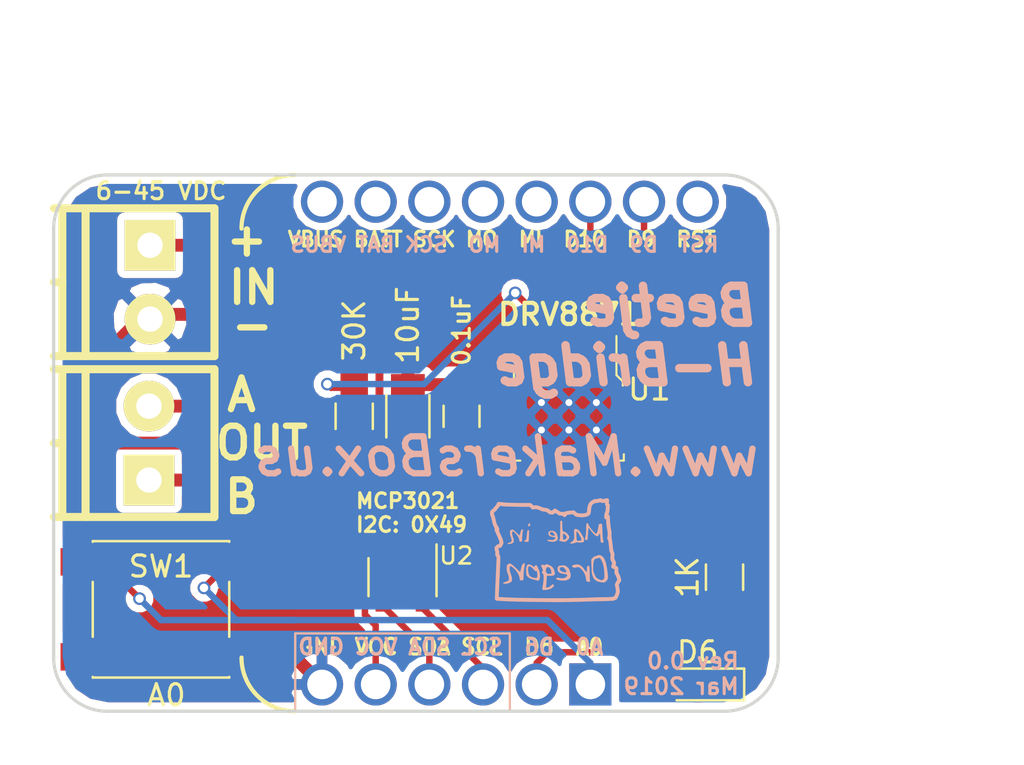
<source format=kicad_pcb>
(kicad_pcb (version 4) (host pcbnew 4.0.6)

  (general
    (links 34)
    (no_connects 0)
    (area 114.224999 92.634999 148.665001 118.185001)
    (thickness 1.6)
    (drawings 28)
    (tracks 113)
    (zones 0)
    (modules 13)
    (nets 20)
  )

  (page A)
  (title_block
    (title "Beetje 32U4 Blok")
    (date 2018-08-10)
    (rev 0.0)
    (company www.MakersBox.us)
    (comment 1 648.ken@gmail.com)
  )

  (layers
    (0 F.Cu signal)
    (31 B.Cu signal)
    (32 B.Adhes user)
    (33 F.Adhes user)
    (34 B.Paste user)
    (35 F.Paste user)
    (36 B.SilkS user)
    (37 F.SilkS user)
    (38 B.Mask user)
    (39 F.Mask user)
    (40 Dwgs.User user)
    (41 Cmts.User user)
    (42 Eco1.User user)
    (43 Eco2.User user)
    (44 Edge.Cuts user)
    (45 Margin user)
    (46 B.CrtYd user)
    (47 F.CrtYd user)
    (48 B.Fab user)
    (49 F.Fab user)
  )

  (setup
    (last_trace_width 0.3048)
    (user_trace_width 0.3048)
    (user_trace_width 0.4064)
    (user_trace_width 0.6096)
    (trace_clearance 0.2)
    (zone_clearance 0.35)
    (zone_45_only no)
    (trace_min 0.2)
    (segment_width 0.2)
    (edge_width 0.15)
    (via_size 0.6)
    (via_drill 0.4)
    (via_min_size 0.4)
    (via_min_drill 0.3)
    (uvia_size 0.3)
    (uvia_drill 0.1)
    (uvias_allowed no)
    (uvia_min_size 0.2)
    (uvia_min_drill 0.1)
    (pcb_text_width 0.3)
    (pcb_text_size 1.5 1.5)
    (mod_edge_width 0.15)
    (mod_text_size 1 1)
    (mod_text_width 0.15)
    (pad_size 2 2)
    (pad_drill 1.4)
    (pad_to_mask_clearance 0)
    (aux_axis_origin 0 0)
    (visible_elements 7FFFFFFF)
    (pcbplotparams
      (layerselection 0x00030_80000001)
      (usegerberextensions false)
      (excludeedgelayer true)
      (linewidth 0.100000)
      (plotframeref false)
      (viasonmask false)
      (mode 1)
      (useauxorigin false)
      (hpglpennumber 1)
      (hpglpenspeed 20)
      (hpglpendiameter 15)
      (hpglpenoverlay 2)
      (psnegative false)
      (psa4output false)
      (plotreference true)
      (plotvalue true)
      (plotinvisibletext false)
      (padsonsilk false)
      (subtractmaskfromsilk false)
      (outputformat 1)
      (mirror false)
      (drillshape 1)
      (scaleselection 1)
      (outputdirectory ""))
  )

  (net 0 "")
  (net 1 GND)
  (net 2 VBUS)
  (net 3 +BATT)
  (net 4 /D10)
  (net 5 /D9)
  (net 6 /SCL)
  (net 7 /SDA)
  (net 8 /A0)
  (net 9 /SCK)
  (net 10 /MOSI)
  (net 11 /MISO)
  (net 12 /~RESET)
  (net 13 VCC)
  (net 14 /D6)
  (net 15 /VMTR)
  (net 16 /MTR_A)
  (net 17 /MTR_B)
  (net 18 "Net-(R1-Pad1)")
  (net 19 "Net-(D6-Pad1)")

  (net_class Default "This is the default net class."
    (clearance 0.2)
    (trace_width 0.25)
    (via_dia 0.6)
    (via_drill 0.4)
    (uvia_dia 0.3)
    (uvia_drill 0.1)
    (add_net +BATT)
    (add_net /A0)
    (add_net /D10)
    (add_net /D6)
    (add_net /D9)
    (add_net /MISO)
    (add_net /MOSI)
    (add_net /MTR_A)
    (add_net /MTR_B)
    (add_net /SCK)
    (add_net /SCL)
    (add_net /SDA)
    (add_net /VMTR)
    (add_net /~RESET)
    (add_net GND)
    (add_net "Net-(D6-Pad1)")
    (add_net "Net-(R1-Pad1)")
    (add_net VBUS)
    (add_net VCC)
  )

  (module footprints:terminal (layer F.Cu) (tedit 54264154) (tstamp 5C81BDF5)
    (at 118.11 105.41 270)
    (descr "2-way 3.5mm pitch terminal block, Phoenix PT series")
    (path /5BA45833)
    (fp_text reference J3 (at 0 5.3 270) (layer F.SilkS) hide
      (effects (font (size 1.5 1.5) (thickness 0.3)))
    )
    (fp_text value Conn_01x02 (at 0.127 -4.064 270) (layer F.SilkS) hide
      (effects (font (size 1.5 1.5) (thickness 0.3)))
    )
    (fp_line (start 0 3.4) (end 0 3.8) (layer F.SilkS) (width 0.381))
    (fp_line (start -3.5 2.3) (end 3.5 2.3) (layer F.SilkS) (width 0.381))
    (fp_line (start -3.5 3.4) (end 3.5 3.4) (layer F.SilkS) (width 0.381))
    (fp_line (start -3.5 -3.8) (end -3.5 3.8) (layer F.SilkS) (width 0.381))
    (fp_line (start 3.5 3.8) (end 3.5 -3.8) (layer F.SilkS) (width 0.381))
    (fp_line (start 3.5 -3.8) (end -3.5 -3.8) (layer F.SilkS) (width 0.381))
    (pad 2 thru_hole circle (at -1.75 -0.7 270) (size 2.4 2.4) (drill 1.2) (layers *.Cu *.Mask F.SilkS)
      (net 16 /MTR_A))
    (pad 1 thru_hole rect (at 1.75 -0.7 270) (size 2.4 2.4) (drill 1.2) (layers *.Cu *.Mask F.SilkS)
      (net 17 /MTR_B))
    (model walter/conn_pt-1_5/pt_1,5-2-3,5-h.wrl
      (at (xyz 0 0 0))
      (scale (xyz 1 1 1))
      (rotate (xyz 0 0 0))
    )
    (model lib/conn_pt-1_5/pt_1,5-2-3,5-h.wrl
      (at (xyz 0 0 0))
      (scale (xyz 1 1 1))
      (rotate (xyz 0 0 0))
    )
  )

  (module footprints:PowerSOIC-8_W3.9mm (layer F.Cu) (tedit 5C81B86C) (tstamp 5C81BB40)
    (at 138.684 104.14 180)
    (path /5C8209FB)
    (fp_text reference U1 (at -3.81 1.27 180) (layer F.SilkS)
      (effects (font (size 1 1) (thickness 0.15)))
    )
    (fp_text value DRV8871DDA (at 0 5.85 180) (layer F.Fab)
      (effects (font (size 1 1) (thickness 0.15)))
    )
    (fp_line (start 2.7 4.23) (end 2.7 -4.23) (layer F.CrtYd) (width 0.05))
    (fp_line (start -2.7 -4.23) (end -2.7 4.23) (layer F.CrtYd) (width 0.05))
    (fp_line (start 2.7 4.23) (end -2.7 4.23) (layer F.CrtYd) (width 0.05))
    (fp_line (start 2.7 -4.23) (end -2.7 -4.23) (layer F.CrtYd) (width 0.05))
    (fp_line (start -2.55 1.45) (end -2.55 1.65) (layer F.SilkS) (width 0.1))
    (fp_line (start -2.55 1.65) (end -2.25 1.95) (layer F.SilkS) (width 0.1))
    (fp_line (start -2.25 1.95) (end -2.25 3.8) (layer F.SilkS) (width 0.1))
    (fp_line (start -2.45 1.6) (end -2.45 -1.95) (layer F.Fab) (width 0.1))
    (fp_line (start -2.1 1.95) (end 2.45 1.95) (layer F.Fab) (width 0.1))
    (fp_line (start -2.45 1.6) (end -2.1 1.95) (layer F.Fab) (width 0.1))
    (fp_line (start 2.6 1.8) (end 2.6 2.1) (layer F.SilkS) (width 0.1))
    (fp_line (start 2.6 2.1) (end 2.3 2.1) (layer F.SilkS) (width 0.1))
    (fp_line (start -2.3 -2.1) (end -2.6 -2.1) (layer F.SilkS) (width 0.1))
    (fp_line (start -2.6 -2.1) (end -2.6 -1.8) (layer F.SilkS) (width 0.1))
    (fp_line (start 2.6 -2.1) (end 2.6 -1.8) (layer F.SilkS) (width 0.1))
    (fp_line (start 2.6 -2.1) (end 2.3 -2.1) (layer F.SilkS) (width 0.1))
    (fp_line (start 2.45 -1.95) (end 2.45 1.95) (layer F.Fab) (width 0.1))
    (fp_line (start -2.45 -1.95) (end 2.45 -1.95) (layer F.Fab) (width 0.1))
    (fp_text user %R (at 0 0 180) (layer F.Fab)
      (effects (font (size 1 1) (thickness 0.15)))
    )
    (pad 1 smd rect (at -1.905 2.875 180) (size 0.5 2.2) (layers F.Cu F.Paste F.Mask)
      (net 1 GND) (solder_mask_margin 0.07))
    (pad 9 smd rect (at 0 0 180) (size 4.9 2.95) (layers F.Cu)
      (net 1 GND))
    (pad 2 smd rect (at -0.635 2.875 180) (size 0.5 2.2) (layers F.Cu F.Paste F.Mask)
      (net 5 /D9) (solder_mask_margin 0.07))
    (pad 3 smd rect (at 0.635 2.875 180) (size 0.5 2.2) (layers F.Cu F.Paste F.Mask)
      (net 4 /D10) (solder_mask_margin 0.07))
    (pad 4 smd rect (at 1.905 2.875 180) (size 0.5 2.2) (layers F.Cu F.Paste F.Mask)
      (net 18 "Net-(R1-Pad1)") (solder_mask_margin 0.07))
    (pad 5 smd rect (at 1.905 -2.875 180) (size 0.5 2.2) (layers F.Cu F.Paste F.Mask)
      (net 15 /VMTR) (solder_mask_margin 0.07))
    (pad 6 smd rect (at 0.635 -2.875 180) (size 0.5 2.2) (layers F.Cu F.Paste F.Mask)
      (net 16 /MTR_A) (solder_mask_margin 0.07))
    (pad 7 smd rect (at -0.635 -2.875 180) (size 0.5 2.2) (layers F.Cu F.Paste F.Mask)
      (net 1 GND) (solder_mask_margin 0.07))
    (pad 8 smd rect (at -1.905 -2.875 180) (size 0.5 2.2) (layers F.Cu F.Paste F.Mask)
      (net 17 /MTR_B) (solder_mask_margin 0.07))
    (pad 9 smd rect (at 0 0 180) (size 3.1 2.4) (layers F.Cu F.Paste F.Mask)
      (net 1 GND))
    (pad 9 thru_hole circle (at 0 -0.65 180) (size 0.38 0.38) (drill 0.33) (layers *.Cu *.Mask)
      (net 1 GND))
    (pad 9 thru_hole circle (at 0 0.65 180) (size 0.38 0.38) (drill 0.33) (layers *.Cu *.Mask)
      (net 1 GND))
    (pad 9 thru_hole circle (at 1.3 0.65 180) (size 0.38 0.38) (drill 0.33) (layers *.Cu *.Mask)
      (net 1 GND))
    (pad 9 thru_hole circle (at 1.3 -0.65 180) (size 0.38 0.38) (drill 0.33) (layers *.Cu *.Mask)
      (net 1 GND))
    (pad 9 thru_hole circle (at -1.3 -0.65 180) (size 0.38 0.38) (drill 0.33) (layers *.Cu *.Mask)
      (net 1 GND))
    (pad 9 thru_hole circle (at -1.3 0.65 180) (size 0.38 0.38) (drill 0.33) (layers *.Cu *.Mask)
      (net 1 GND))
    (model Housings_SOIC.3dshapes/SOIC-8_3.9x4.9mm_Pitch1.27mm.wrl
      (at (xyz 0 0 0))
      (scale (xyz 1 1 1))
      (rotate (xyz 0 0 -90))
    )
  )

  (module LEDs:LED_0805_HandSoldering (layer F.Cu) (tedit 5C81B88C) (tstamp 5BA458AA)
    (at 144.78 116.84 180)
    (descr "Resistor SMD 0805, hand soldering")
    (tags "resistor 0805")
    (path /5BA461C5)
    (attr smd)
    (fp_text reference D6 (at 0 1.524 180) (layer F.SilkS)
      (effects (font (size 1 1) (thickness 0.15)))
    )
    (fp_text value LED (at 0 1.75 180) (layer F.Fab)
      (effects (font (size 1 1) (thickness 0.15)))
    )
    (fp_line (start -0.4 -0.4) (end -0.4 0.4) (layer F.Fab) (width 0.1))
    (fp_line (start -0.4 0) (end 0.2 -0.4) (layer F.Fab) (width 0.1))
    (fp_line (start 0.2 0.4) (end -0.4 0) (layer F.Fab) (width 0.1))
    (fp_line (start 0.2 -0.4) (end 0.2 0.4) (layer F.Fab) (width 0.1))
    (fp_line (start -1 0.62) (end -1 -0.62) (layer F.Fab) (width 0.1))
    (fp_line (start 1 0.62) (end -1 0.62) (layer F.Fab) (width 0.1))
    (fp_line (start 1 -0.62) (end 1 0.62) (layer F.Fab) (width 0.1))
    (fp_line (start -1 -0.62) (end 1 -0.62) (layer F.Fab) (width 0.1))
    (fp_line (start 1 0.75) (end -2.2 0.75) (layer F.SilkS) (width 0.12))
    (fp_line (start -2.2 -0.75) (end 1 -0.75) (layer F.SilkS) (width 0.12))
    (fp_line (start -2.35 -0.9) (end 2.35 -0.9) (layer F.CrtYd) (width 0.05))
    (fp_line (start -2.35 -0.9) (end -2.35 0.9) (layer F.CrtYd) (width 0.05))
    (fp_line (start 2.35 0.9) (end 2.35 -0.9) (layer F.CrtYd) (width 0.05))
    (fp_line (start 2.35 0.9) (end -2.35 0.9) (layer F.CrtYd) (width 0.05))
    (fp_line (start -2.2 -0.75) (end -2.2 0.75) (layer F.SilkS) (width 0.12))
    (pad 1 smd rect (at -1.35 0 180) (size 1.5 1.3) (layers F.Cu F.Paste F.Mask)
      (net 19 "Net-(D6-Pad1)"))
    (pad 2 smd rect (at 1.35 0 180) (size 1.5 1.3) (layers F.Cu F.Paste F.Mask)
      (net 14 /D6))
    (model ${KISYS3DMOD}/LEDs.3dshapes/LED_0805.wrl
      (at (xyz 0 0 0))
      (scale (xyz 1 1 1))
      (rotate (xyz 0 0 0))
    )
  )

  (module Resistors_SMD:R_0805_HandSoldering (layer F.Cu) (tedit 5C7FF991) (tstamp 5BA45922)
    (at 146.05 111.76 270)
    (descr "Resistor SMD 0805, hand soldering")
    (tags "resistor 0805")
    (path /5BA4611C)
    (attr smd)
    (fp_text reference R2 (at 0 0 270) (layer F.SilkS) hide
      (effects (font (size 1 1) (thickness 0.15)))
    )
    (fp_text value 1K (at 0 1.75 270) (layer F.SilkS)
      (effects (font (size 1 1) (thickness 0.15)))
    )
    (fp_text user %R (at 0 0 270) (layer F.Fab)
      (effects (font (size 0.5 0.5) (thickness 0.075)))
    )
    (fp_line (start -1 0.62) (end -1 -0.62) (layer F.Fab) (width 0.1))
    (fp_line (start 1 0.62) (end -1 0.62) (layer F.Fab) (width 0.1))
    (fp_line (start 1 -0.62) (end 1 0.62) (layer F.Fab) (width 0.1))
    (fp_line (start -1 -0.62) (end 1 -0.62) (layer F.Fab) (width 0.1))
    (fp_line (start 0.6 0.88) (end -0.6 0.88) (layer F.SilkS) (width 0.12))
    (fp_line (start -0.6 -0.88) (end 0.6 -0.88) (layer F.SilkS) (width 0.12))
    (fp_line (start -2.35 -0.9) (end 2.35 -0.9) (layer F.CrtYd) (width 0.05))
    (fp_line (start -2.35 -0.9) (end -2.35 0.9) (layer F.CrtYd) (width 0.05))
    (fp_line (start 2.35 0.9) (end 2.35 -0.9) (layer F.CrtYd) (width 0.05))
    (fp_line (start 2.35 0.9) (end -2.35 0.9) (layer F.CrtYd) (width 0.05))
    (pad 1 smd rect (at -1.35 0 270) (size 1.5 1.3) (layers F.Cu F.Paste F.Mask)
      (net 1 GND))
    (pad 2 smd rect (at 1.35 0 270) (size 1.5 1.3) (layers F.Cu F.Paste F.Mask)
      (net 19 "Net-(D6-Pad1)"))
    (model ${KISYS3DMOD}/Resistors_SMD.3dshapes/R_0805.wrl
      (at (xyz 0 0 0))
      (scale (xyz 1 1 1))
      (rotate (xyz 0 0 0))
    )
  )

  (module footprints:MadeInOregonRev25 (layer F.Cu) (tedit 5B7EDC92) (tstamp 5BA46FBA)
    (at 138.049 110.49)
    (fp_text reference VAL (at 0 0) (layer F.SilkS) hide
      (effects (font (size 1.143 1.143) (thickness 0.1778)))
    )
    (fp_text value MadeInOregonRev25 (at 0 0) (layer F.SilkS) hide
      (effects (font (size 0.5 0.5) (thickness 0.125)))
    )
    (fp_poly (pts (xy -3.09626 -1.76022) (xy -3.09626 -1.72212) (xy -3.09372 -1.69672) (xy -3.09118 -1.67386)
      (xy -3.0861 -1.65608) (xy -3.07594 -1.63576) (xy -3.0734 -1.62814) (xy -3.0607 -1.6002)
      (xy -3.05054 -1.5748) (xy -3.04038 -1.54432) (xy -3.03022 -1.50876) (xy -3.02006 -1.46304)
      (xy -3.00736 -1.4097) (xy -3.00228 -1.39192) (xy -2.98704 -1.31826) (xy -2.96926 -1.2573)
      (xy -2.95402 -1.20396) (xy -2.9337 -1.15824) (xy -2.91338 -1.1176) (xy -2.91338 -1.74752)
      (xy -2.91338 -1.76276) (xy -2.91084 -1.77546) (xy -2.90322 -1.78816) (xy -2.89052 -1.8034)
      (xy -2.86766 -1.82118) (xy -2.8575 -1.83134) (xy -2.82956 -1.8542) (xy -2.80416 -1.8796)
      (xy -2.78638 -1.90246) (xy -2.77876 -1.91008) (xy -2.76606 -1.92786) (xy -2.74574 -1.95326)
      (xy -2.72034 -1.98374) (xy -2.69494 -2.01422) (xy -2.6924 -2.01676) (xy -2.66954 -2.0447)
      (xy -2.64922 -2.0701) (xy -2.63652 -2.08788) (xy -2.6289 -2.09804) (xy -2.6289 -2.10058)
      (xy -2.62382 -2.10566) (xy -2.60604 -2.10566) (xy -2.58064 -2.10566) (xy -2.55016 -2.10058)
      (xy -2.51968 -2.0955) (xy -2.50952 -2.09296) (xy -2.49682 -2.09042) (xy -2.48412 -2.08534)
      (xy -2.46888 -2.08534) (xy -2.4511 -2.0828) (xy -2.4257 -2.08026) (xy -2.39268 -2.07772)
      (xy -2.35458 -2.07772) (xy -2.30632 -2.07518) (xy -2.2479 -2.07518) (xy -2.17678 -2.07264)
      (xy -2.09296 -2.0701) (xy -2.03962 -2.0701) (xy -1.95326 -2.06756) (xy -1.8669 -2.06756)
      (xy -1.78054 -2.06502) (xy -1.69672 -2.06502) (xy -1.61798 -2.06248) (xy -1.54686 -2.06248)
      (xy -1.48336 -2.06248) (xy -1.4351 -2.06248) (xy -1.4224 -2.06248) (xy -1.22936 -2.06248)
      (xy -1.1684 -2.00152) (xy -1.10744 -1.9431) (xy -1.0668 -1.9431) (xy -1.03886 -1.9431)
      (xy -1.0033 -1.94564) (xy -0.97536 -1.95072) (xy -0.94234 -1.95326) (xy -0.91186 -1.95072)
      (xy -0.87884 -1.94564) (xy -0.8382 -1.93548) (xy -0.79248 -1.9177) (xy -0.7366 -1.89484)
      (xy -0.72136 -1.88976) (xy -0.67818 -1.86944) (xy -0.64516 -1.85674) (xy -0.61722 -1.84912)
      (xy -0.59182 -1.84404) (xy -0.56388 -1.83896) (xy -0.5461 -1.83642) (xy -0.50038 -1.83134)
      (xy -0.46482 -1.82626) (xy -0.43688 -1.81864) (xy -0.41656 -1.80848) (xy -0.39624 -1.79578)
      (xy -0.37592 -1.77546) (xy -0.37338 -1.77292) (xy -0.35052 -1.7526) (xy -0.32512 -1.73482)
      (xy -0.30734 -1.72212) (xy -0.30734 -1.72212) (xy -0.28702 -1.71704) (xy -0.25654 -1.71196)
      (xy -0.22098 -1.70434) (xy -0.18288 -1.7018) (xy -0.14986 -1.69672) (xy -0.12446 -1.69672)
      (xy -0.10922 -1.69926) (xy -0.09652 -1.70688) (xy -0.07366 -1.71958) (xy -0.05334 -1.73736)
      (xy -0.03048 -1.75768) (xy -0.01524 -1.7653) (xy -0.00508 -1.76784) (xy 0 -1.7653)
      (xy 0.01016 -1.75768) (xy 0.03048 -1.74498) (xy 0.05842 -1.7272) (xy 0.0889 -1.70688)
      (xy 0.09652 -1.7018) (xy 0.18288 -1.64846) (xy 0.25908 -1.64592) (xy 0.29464 -1.64338)
      (xy 0.3175 -1.64084) (xy 0.3302 -1.6383) (xy 0.34036 -1.63322) (xy 0.34544 -1.6256)
      (xy 0.34798 -1.62052) (xy 0.3683 -1.59766) (xy 0.39624 -1.58242) (xy 0.42672 -1.5748)
      (xy 0.4318 -1.5748) (xy 0.45974 -1.58242) (xy 0.48768 -1.6002) (xy 0.51562 -1.63068)
      (xy 0.52578 -1.64338) (xy 0.53848 -1.65608) (xy 0.5461 -1.66624) (xy 0.55626 -1.67386)
      (xy 0.56896 -1.68148) (xy 0.58928 -1.68402) (xy 0.61468 -1.6891) (xy 0.65278 -1.69418)
      (xy 0.70104 -1.69672) (xy 0.71628 -1.69926) (xy 0.8255 -1.70942) (xy 0.85598 -1.68148)
      (xy 0.89154 -1.64846) (xy 0.9271 -1.62306) (xy 0.95758 -1.60274) (xy 0.96774 -1.59766)
      (xy 0.9906 -1.59258) (xy 1.02362 -1.5875) (xy 1.0668 -1.58242) (xy 1.11252 -1.57734)
      (xy 1.16332 -1.57226) (xy 1.21158 -1.56972) (xy 1.2573 -1.56972) (xy 1.25984 -1.56972)
      (xy 1.3081 -1.56972) (xy 1.35128 -1.5748) (xy 1.39446 -1.57988) (xy 1.44272 -1.59004)
      (xy 1.48844 -1.6002) (xy 1.52146 -1.61036) (xy 1.54686 -1.62306) (xy 1.56972 -1.63576)
      (xy 1.59258 -1.65608) (xy 1.61798 -1.68148) (xy 1.63576 -1.7018) (xy 1.651 -1.72212)
      (xy 1.65862 -1.74498) (xy 1.66624 -1.77292) (xy 1.67386 -1.80848) (xy 1.6764 -1.85166)
      (xy 1.68148 -1.90246) (xy 1.6891 -1.9812) (xy 1.7018 -2.04978) (xy 1.72212 -2.10566)
      (xy 1.74752 -2.15138) (xy 1.75006 -2.15646) (xy 1.77546 -2.18186) (xy 1.81356 -2.2098)
      (xy 1.82626 -2.21742) (xy 1.8542 -2.23012) (xy 1.87706 -2.24028) (xy 1.89484 -2.24282)
      (xy 1.9177 -2.24282) (xy 1.92024 -2.24282) (xy 1.95834 -2.24282) (xy 2.00152 -2.25044)
      (xy 2.032 -2.25806) (xy 2.0701 -2.27076) (xy 2.09804 -2.27584) (xy 2.11582 -2.27838)
      (xy 2.13106 -2.2733) (xy 2.1463 -2.26822) (xy 2.15392 -2.26314) (xy 2.1844 -2.2479)
      (xy 2.22758 -2.24282) (xy 2.27584 -2.2479) (xy 2.29108 -2.25298) (xy 2.31394 -2.25806)
      (xy 2.33426 -2.26314) (xy 2.34188 -2.26314) (xy 2.34188 -2.25806) (xy 2.34442 -2.23774)
      (xy 2.34442 -2.21488) (xy 2.34442 -2.21234) (xy 2.34442 -2.1844) (xy 2.34696 -2.16408)
      (xy 2.35204 -2.1463) (xy 2.36474 -2.12852) (xy 2.3876 -2.0955) (xy 2.37998 -1.97612)
      (xy 2.37744 -1.9304) (xy 2.37236 -1.89738) (xy 2.36982 -1.87198) (xy 2.36474 -1.8542)
      (xy 2.35966 -1.83896) (xy 2.35204 -1.82372) (xy 2.34696 -1.8161) (xy 2.33172 -1.78562)
      (xy 2.3241 -1.75768) (xy 2.3241 -1.73736) (xy 2.32156 -1.70942) (xy 2.31902 -1.68656)
      (xy 2.31648 -1.67894) (xy 2.31394 -1.66116) (xy 2.30886 -1.63576) (xy 2.30886 -1.60274)
      (xy 2.30886 -1.59004) (xy 2.30886 -1.55702) (xy 2.30886 -1.5367) (xy 2.31394 -1.52146)
      (xy 2.32156 -1.5113) (xy 2.33172 -1.4986) (xy 2.33426 -1.49606) (xy 2.35458 -1.48082)
      (xy 2.3749 -1.4732) (xy 2.37744 -1.47066) (xy 2.3876 -1.47066) (xy 2.39268 -1.46558)
      (xy 2.39776 -1.45034) (xy 2.4003 -1.42494) (xy 2.40284 -1.39192) (xy 2.40538 -1.35382)
      (xy 2.40538 -1.33096) (xy 2.40792 -1.28778) (xy 2.413 -1.2319) (xy 2.42062 -1.16078)
      (xy 2.43332 -1.07442) (xy 2.4511 -0.97536) (xy 2.4511 -0.96774) (xy 2.45872 -0.92456)
      (xy 2.4638 -0.88392) (xy 2.46888 -0.85344) (xy 2.47142 -0.83058) (xy 2.47396 -0.82296)
      (xy 2.47396 -0.81026) (xy 2.47142 -0.7874) (xy 2.47142 -0.75692) (xy 2.46888 -0.72644)
      (xy 2.46888 -0.69342) (xy 2.46634 -0.66294) (xy 2.4638 -0.64262) (xy 2.46126 -0.635)
      (xy 2.4511 -0.6096) (xy 2.44856 -0.57912) (xy 2.4511 -0.54864) (xy 2.46126 -0.52324)
      (xy 2.4765 -0.51054) (xy 2.48412 -0.49784) (xy 2.49174 -0.47244) (xy 2.5019 -0.4318)
      (xy 2.50952 -0.37592) (xy 2.51968 -0.30734) (xy 2.5273 -0.2286) (xy 2.53238 -0.16764)
      (xy 2.53746 -0.1143) (xy 2.54254 -0.0635) (xy 2.54762 -0.02032) (xy 2.5527 0.01524)
      (xy 2.55524 0.04064) (xy 2.55778 0.05334) (xy 2.56794 0.07366) (xy 2.5781 0.1016)
      (xy 2.58826 0.127) (xy 2.59588 0.14732) (xy 2.6035 0.16256) (xy 2.60604 0.18034)
      (xy 2.60858 0.20066) (xy 2.60858 0.22606) (xy 2.60604 0.25908) (xy 2.6035 0.3048)
      (xy 2.6035 0.32512) (xy 2.60096 0.37084) (xy 2.60096 0.4064) (xy 2.60604 0.43434)
      (xy 2.61366 0.45974) (xy 2.62636 0.48768) (xy 2.64668 0.5207) (xy 2.66446 0.5588)
      (xy 2.67462 0.58674) (xy 2.6797 0.61468) (xy 2.67462 0.64262) (xy 2.66446 0.68072)
      (xy 2.65938 0.69088) (xy 2.64668 0.72898) (xy 2.63906 0.75946) (xy 2.63906 0.77978)
      (xy 2.6416 0.79756) (xy 2.64922 0.8128) (xy 2.64922 0.81534) (xy 2.66446 0.83058)
      (xy 2.68986 0.84836) (xy 2.72034 0.86614) (xy 2.75336 0.87884) (xy 2.77368 0.88646)
      (xy 2.794 0.89154) (xy 2.794 0.98044) (xy 2.794 1.07188) (xy 2.82448 1.13538)
      (xy 2.8575 1.20396) (xy 2.8829 1.26238) (xy 2.90322 1.31064) (xy 2.91592 1.3462)
      (xy 2.921 1.36652) (xy 2.92354 1.3843) (xy 2.92354 1.39954) (xy 2.91592 1.41478)
      (xy 2.90068 1.4351) (xy 2.90068 1.43764) (xy 2.87274 1.47828) (xy 2.84988 1.51638)
      (xy 2.8321 1.5621) (xy 2.82448 1.59004) (xy 2.80924 1.64338) (xy 2.8321 1.74244)
      (xy 2.84734 1.80848) (xy 2.85496 1.86182) (xy 2.86004 1.90754) (xy 2.86004 1.94818)
      (xy 2.85242 1.98628) (xy 2.84226 2.02438) (xy 2.84226 2.02438) (xy 2.82702 2.06756)
      (xy 2.81432 2.10566) (xy 2.79908 2.13868) (xy 2.78892 2.16154) (xy 2.77876 2.1717)
      (xy 2.77876 2.17424) (xy 2.7686 2.17678) (xy 2.74828 2.1844) (xy 2.74066 2.18948)
      (xy 2.7178 2.1971) (xy 2.68224 2.20472) (xy 2.63398 2.2098) (xy 2.57302 2.21234)
      (xy 2.49682 2.21488) (xy 2.40792 2.21742) (xy 2.30632 2.21742) (xy 2.29616 2.21742)
      (xy 2.24028 2.21996) (xy 2.17424 2.21996) (xy 2.10058 2.2225) (xy 2.02184 2.2225)
      (xy 1.9431 2.22504) (xy 1.86944 2.23012) (xy 1.84912 2.23012) (xy 1.6129 2.23774)
      (xy 1.38684 2.2479) (xy 1.16332 2.25298) (xy 0.9398 2.25806) (xy 0.71882 2.26314)
      (xy 0.4953 2.26568) (xy 0.26924 2.26822) (xy 0.03556 2.26822) (xy -0.2032 2.26822)
      (xy -0.45466 2.26822) (xy -0.71628 2.26568) (xy -0.84836 2.26314) (xy -1.03378 2.2606)
      (xy -1.20396 2.25806) (xy -1.36144 2.25552) (xy -1.50622 2.25298) (xy -1.64084 2.25044)
      (xy -1.7653 2.2479) (xy -1.88214 2.24536) (xy -1.98882 2.24282) (xy -2.08788 2.23774)
      (xy -2.17932 2.2352) (xy -2.26822 2.23266) (xy -2.35204 2.22758) (xy -2.39776 2.22504)
      (xy -2.46126 2.2225) (xy -2.51968 2.21742) (xy -2.57302 2.21488) (xy -2.61874 2.21234)
      (xy -2.65176 2.2098) (xy -2.67462 2.2098) (xy -2.68732 2.2098) (xy -2.68732 2.2098)
      (xy -2.68732 2.20218) (xy -2.68478 2.17932) (xy -2.68478 2.1463) (xy -2.68224 2.09804)
      (xy -2.6797 2.03962) (xy -2.67716 1.97104) (xy -2.67208 1.8923) (xy -2.66954 1.80594)
      (xy -2.66446 1.70942) (xy -2.65938 1.60782) (xy -2.65684 1.50114) (xy -2.65176 1.38684)
      (xy -2.64414 1.27) (xy -2.64414 1.25476) (xy -2.63906 1.11506) (xy -2.63398 0.98806)
      (xy -2.6289 0.87376) (xy -2.62382 0.77216) (xy -2.61874 0.68326) (xy -2.6162 0.60452)
      (xy -2.61366 0.53848) (xy -2.61112 0.47752) (xy -2.61112 0.42926) (xy -2.61112 0.38608)
      (xy -2.61112 0.35306) (xy -2.61112 0.32258) (xy -2.61112 0.29972) (xy -2.61366 0.28194)
      (xy -2.6162 0.2667) (xy -2.61874 0.25654) (xy -2.62128 0.24638) (xy -2.62636 0.23876)
      (xy -2.63144 0.23368) (xy -2.63652 0.22606) (xy -2.6416 0.21844) (xy -2.6543 0.2032)
      (xy -2.66192 0.18796) (xy -2.66446 0.17272) (xy -2.66192 0.14732) (xy -2.66192 0.13716)
      (xy -2.66192 0.1016) (xy -2.66446 0.06858) (xy -2.67462 0.02794) (xy -2.67462 0.0254)
      (xy -2.68732 -0.01778) (xy -2.69494 -0.04826) (xy -2.69748 -0.07112) (xy -2.69748 -0.08382)
      (xy -2.69494 -0.09398) (xy -2.68732 -0.09906) (xy -2.68732 -0.1016) (xy -2.66954 -0.10668)
      (xy -2.64668 -0.1143) (xy -2.63652 -0.1143) (xy -2.60858 -0.12192) (xy -2.58572 -0.13208)
      (xy -2.5654 -0.14732) (xy -2.54762 -0.17018) (xy -2.52476 -0.20574) (xy -2.50698 -0.2413)
      (xy -2.4638 -0.3302) (xy -2.47142 -0.40894) (xy -2.4765 -0.43942) (xy -2.48158 -0.46736)
      (xy -2.4892 -0.49276) (xy -2.49682 -0.5207) (xy -2.50952 -0.55626) (xy -2.52984 -0.59944)
      (xy -2.53492 -0.61214) (xy -2.55524 -0.66294) (xy -2.5781 -0.71374) (xy -2.60096 -0.76708)
      (xy -2.62128 -0.8128) (xy -2.63144 -0.83058) (xy -2.64668 -0.86868) (xy -2.65938 -0.89662)
      (xy -2.667 -0.91694) (xy -2.66954 -0.92964) (xy -2.667 -0.9398) (xy -2.667 -0.94996)
      (xy -2.65938 -0.97536) (xy -2.65938 -1.00584) (xy -2.66954 -1.03886) (xy -2.68732 -1.0795)
      (xy -2.71272 -1.12776) (xy -2.71526 -1.1303) (xy -2.73812 -1.17094) (xy -2.75844 -1.2065)
      (xy -2.77368 -1.23698) (xy -2.78384 -1.26746) (xy -2.79654 -1.30048) (xy -2.8067 -1.34112)
      (xy -2.81686 -1.38684) (xy -2.82702 -1.43256) (xy -2.84226 -1.49606) (xy -2.85496 -1.54686)
      (xy -2.86512 -1.5875) (xy -2.87528 -1.62052) (xy -2.88544 -1.64846) (xy -2.89306 -1.67132)
      (xy -2.90068 -1.68148) (xy -2.9083 -1.70942) (xy -2.91338 -1.7399) (xy -2.91338 -1.74752)
      (xy -2.91338 -1.1176) (xy -2.91084 -1.11506) (xy -2.90576 -1.09982) (xy -2.88798 -1.07188)
      (xy -2.87782 -1.04902) (xy -2.87274 -1.03632) (xy -2.87274 -1.02616) (xy -2.87782 -1.016)
      (xy -2.88036 -0.99822) (xy -2.8829 -0.98044) (xy -2.87782 -0.95758) (xy -2.8702 -0.92964)
      (xy -2.85496 -0.89408) (xy -2.83464 -0.84582) (xy -2.8194 -0.81534) (xy -2.78384 -0.73406)
      (xy -2.74828 -0.65786) (xy -2.72034 -0.58928) (xy -2.69494 -0.52832) (xy -2.67462 -0.47752)
      (xy -2.66192 -0.43688) (xy -2.6543 -0.40894) (xy -2.6543 -0.4064) (xy -2.64922 -0.37846)
      (xy -2.65176 -0.36068) (xy -2.65684 -0.34036) (xy -2.66446 -0.32766) (xy -2.67462 -0.30734)
      (xy -2.68732 -0.29464) (xy -2.70256 -0.28702) (xy -2.72542 -0.28194) (xy -2.73812 -0.2794)
      (xy -2.75336 -0.27686) (xy -2.77114 -0.2667) (xy -2.78892 -0.25146) (xy -2.81686 -0.22606)
      (xy -2.82448 -0.2159) (xy -2.84988 -0.1905) (xy -2.86766 -0.17272) (xy -2.87782 -0.16002)
      (xy -2.8829 -0.14732) (xy -2.8829 -0.13208) (xy -2.8829 -0.12192) (xy -2.88036 -0.06858)
      (xy -2.86766 -0.00762) (xy -2.85242 0.05588) (xy -2.8448 0.08382) (xy -2.84226 0.10668)
      (xy -2.84226 0.12954) (xy -2.8448 0.16002) (xy -2.84734 0.1651) (xy -2.84988 0.19812)
      (xy -2.84988 0.22606) (xy -2.84226 0.24892) (xy -2.82448 0.27686) (xy -2.8067 0.29972)
      (xy -2.78384 0.32766) (xy -2.82702 1.3081) (xy -2.8321 1.42748) (xy -2.83718 1.54432)
      (xy -2.84226 1.65608) (xy -2.84734 1.76276) (xy -2.84988 1.86182) (xy -2.85496 1.95326)
      (xy -2.8575 2.03708) (xy -2.86004 2.11074) (xy -2.86258 2.17424) (xy -2.86512 2.22758)
      (xy -2.86512 2.26822) (xy -2.86512 2.29616) (xy -2.86512 2.3114) (xy -2.86512 2.3114)
      (xy -2.85496 2.3368) (xy -2.83464 2.35966) (xy -2.81178 2.3749) (xy -2.8067 2.37744)
      (xy -2.794 2.37998) (xy -2.76606 2.38252) (xy -2.72796 2.38506) (xy -2.6797 2.39014)
      (xy -2.62128 2.39268) (xy -2.55778 2.39776) (xy -2.48412 2.4003) (xy -2.40792 2.40538)
      (xy -2.32664 2.40792) (xy -2.24536 2.413) (xy -2.16154 2.41554) (xy -2.08026 2.41808)
      (xy -1.99898 2.42062) (xy -1.92278 2.42316) (xy -1.85166 2.4257) (xy -1.80848 2.42824)
      (xy -1.74752 2.42824) (xy -1.67386 2.43078) (xy -1.59004 2.43078) (xy -1.4986 2.43332)
      (xy -1.397 2.43586) (xy -1.29032 2.43586) (xy -1.1811 2.4384) (xy -1.0668 2.4384)
      (xy -0.95504 2.44094) (xy -0.84582 2.44348) (xy -0.80264 2.44348) (xy -0.70104 2.44348)
      (xy -0.59944 2.44602) (xy -0.50038 2.44602) (xy -0.40386 2.44856) (xy -0.31496 2.44856)
      (xy -0.23114 2.44856) (xy -0.15748 2.4511) (xy -0.09398 2.4511) (xy -0.04064 2.4511)
      (xy 0 2.4511) (xy 0.02286 2.4511) (xy 0.05842 2.4511) (xy 0.10922 2.4511)
      (xy 0.17018 2.4511) (xy 0.2413 2.4511) (xy 0.3175 2.4511) (xy 0.39878 2.44856)
      (xy 0.4826 2.44856) (xy 0.56642 2.44602) (xy 0.60198 2.44602) (xy 0.75692 2.44348)
      (xy 0.90678 2.4384) (xy 1.0541 2.43586) (xy 1.1938 2.43078) (xy 1.32588 2.42824)
      (xy 1.45034 2.42316) (xy 1.56464 2.42062) (xy 1.66624 2.41808) (xy 1.7526 2.413)
      (xy 1.77038 2.413) (xy 1.82626 2.41046) (xy 1.8923 2.40792) (xy 1.96342 2.40792)
      (xy 2.03454 2.40538) (xy 2.10312 2.40538) (xy 2.12852 2.40538) (xy 2.19456 2.40538)
      (xy 2.26822 2.40284) (xy 2.3495 2.40284) (xy 2.42824 2.39776) (xy 2.50444 2.39522)
      (xy 2.54254 2.39522) (xy 2.75844 2.38252) (xy 2.82956 2.3495) (xy 2.86258 2.33172)
      (xy 2.88798 2.31902) (xy 2.90576 2.30632) (xy 2.91084 2.30124) (xy 2.92608 2.28092)
      (xy 2.94132 2.25044) (xy 2.96164 2.2098) (xy 2.97942 2.16662) (xy 2.9972 2.12344)
      (xy 3.01244 2.08534) (xy 3.02514 2.0447) (xy 3.03276 2.01168) (xy 3.03784 1.98628)
      (xy 3.04038 1.9558) (xy 3.04038 1.93548) (xy 3.0353 1.86182) (xy 3.0226 1.778)
      (xy 3.00736 1.70434) (xy 2.99974 1.66878) (xy 2.99974 1.64084) (xy 3.00736 1.61036)
      (xy 3.0226 1.57734) (xy 3.04546 1.53924) (xy 3.0607 1.52146) (xy 3.08356 1.4859)
      (xy 3.0988 1.4605) (xy 3.10642 1.4351) (xy 3.10896 1.4097) (xy 3.10642 1.37668)
      (xy 3.0988 1.33858) (xy 3.09118 1.3081) (xy 3.07848 1.26746) (xy 3.0607 1.22174)
      (xy 3.04038 1.1684) (xy 3.01498 1.1176) (xy 2.99466 1.07442) (xy 2.98704 1.05664)
      (xy 2.97942 1.0414) (xy 2.97688 1.02362) (xy 2.97434 1.0033) (xy 2.97434 0.97282)
      (xy 2.97434 0.93218) (xy 2.97434 0.9271) (xy 2.9718 0.87884) (xy 2.96926 0.8382)
      (xy 2.96418 0.81026) (xy 2.95148 0.7874) (xy 2.9337 0.76708) (xy 2.90576 0.7493)
      (xy 2.86766 0.72898) (xy 2.84734 0.71882) (xy 2.84734 0.7112) (xy 2.84988 0.69342)
      (xy 2.85496 0.66802) (xy 2.8575 0.6604) (xy 2.86258 0.61468) (xy 2.86258 0.5842)
      (xy 2.86258 0.57658) (xy 2.84988 0.5334) (xy 2.82956 0.48768) (xy 2.8067 0.44196)
      (xy 2.79908 0.42926) (xy 2.79146 0.41656) (xy 2.78638 0.40386) (xy 2.7813 0.38862)
      (xy 2.7813 0.37084) (xy 2.7813 0.34798) (xy 2.7813 0.3175) (xy 2.78638 0.27432)
      (xy 2.79146 0.22098) (xy 2.79146 0.21844) (xy 2.79146 0.19304) (xy 2.79146 0.16764)
      (xy 2.78384 0.1397) (xy 2.77622 0.11176) (xy 2.76352 0.07874) (xy 2.75336 0.04826)
      (xy 2.7432 0.0254) (xy 2.74066 0.02032) (xy 2.73558 0.00762) (xy 2.7305 -0.0127)
      (xy 2.72796 -0.04064) (xy 2.72288 -0.07874) (xy 2.7178 -0.12954) (xy 2.71272 -0.1905)
      (xy 2.7051 -0.25908) (xy 2.69748 -0.32512) (xy 2.68986 -0.38862) (xy 2.6797 -0.44958)
      (xy 2.67208 -0.50292) (xy 2.66446 -0.5461) (xy 2.6543 -0.57658) (xy 2.65176 -0.58674)
      (xy 2.65176 -0.60452) (xy 2.6543 -0.6223) (xy 2.65684 -0.6477) (xy 2.65176 -0.68326)
      (xy 2.65176 -0.68326) (xy 2.64668 -0.71628) (xy 2.64922 -0.75184) (xy 2.65176 -0.76962)
      (xy 2.6543 -0.79248) (xy 2.65684 -0.8128) (xy 2.6543 -0.83566) (xy 2.65176 -0.8636)
      (xy 2.64414 -0.90424) (xy 2.6416 -0.91948) (xy 2.62382 -1.01346) (xy 2.61112 -1.09982)
      (xy 2.60096 -1.1811) (xy 2.59334 -1.26238) (xy 2.58572 -1.35128) (xy 2.58064 -1.42748)
      (xy 2.5781 -1.49352) (xy 2.57302 -1.54432) (xy 2.57048 -1.58496) (xy 2.5654 -1.61544)
      (xy 2.56286 -1.6383) (xy 2.55524 -1.65608) (xy 2.54762 -1.66878) (xy 2.53746 -1.6764)
      (xy 2.52984 -1.68402) (xy 2.51714 -1.69418) (xy 2.51206 -1.70688) (xy 2.5146 -1.72466)
      (xy 2.52222 -1.75006) (xy 2.53238 -1.77546) (xy 2.53238 -1.77546) (xy 2.54 -1.78816)
      (xy 2.54254 -1.79832) (xy 2.54762 -1.81102) (xy 2.55016 -1.8288) (xy 2.5527 -1.85166)
      (xy 2.55524 -1.88214) (xy 2.55778 -1.92532) (xy 2.56286 -1.97866) (xy 2.56286 -2.0066)
      (xy 2.57302 -2.159) (xy 2.54762 -2.18948) (xy 2.52222 -2.21996) (xy 2.52984 -2.29616)
      (xy 2.53238 -2.34442) (xy 2.53238 -2.37998) (xy 2.52984 -2.40538) (xy 2.51968 -2.4257)
      (xy 2.50698 -2.44094) (xy 2.50444 -2.44348) (xy 2.4892 -2.45618) (xy 2.47142 -2.46126)
      (xy 2.44856 -2.4638) (xy 2.42062 -2.4638) (xy 2.38252 -2.45618) (xy 2.33172 -2.44602)
      (xy 2.32664 -2.44348) (xy 2.2352 -2.42316) (xy 2.19964 -2.44348) (xy 2.17424 -2.45618)
      (xy 2.15138 -2.4638) (xy 2.12344 -2.4638) (xy 2.09296 -2.45872) (xy 2.04978 -2.4511)
      (xy 2.0193 -2.44348) (xy 1.98374 -2.43332) (xy 1.9558 -2.4257) (xy 1.93802 -2.42316)
      (xy 1.92024 -2.4257) (xy 1.90754 -2.42824) (xy 1.88722 -2.43078) (xy 1.86944 -2.43078)
      (xy 1.84912 -2.42824) (xy 1.82372 -2.41808) (xy 1.79324 -2.40284) (xy 1.76022 -2.38506)
      (xy 1.71958 -2.3622) (xy 1.6891 -2.34442) (xy 1.66624 -2.32664) (xy 1.64846 -2.3114)
      (xy 1.63068 -2.29362) (xy 1.6129 -2.27076) (xy 1.59258 -2.2479) (xy 1.57734 -2.22504)
      (xy 1.56718 -2.20472) (xy 1.55702 -2.17932) (xy 1.54432 -2.1463) (xy 1.53162 -2.10312)
      (xy 1.52908 -2.09296) (xy 1.51638 -2.0447) (xy 1.50876 -2.00406) (xy 1.50368 -1.96596)
      (xy 1.4986 -1.92278) (xy 1.4986 -1.90754) (xy 1.49606 -1.86182) (xy 1.49352 -1.8288)
      (xy 1.4859 -1.80594) (xy 1.4732 -1.7907) (xy 1.45288 -1.778) (xy 1.4224 -1.77038)
      (xy 1.39446 -1.76276) (xy 1.3335 -1.7526) (xy 1.26238 -1.74752) (xy 1.18364 -1.75006)
      (xy 1.10998 -1.75768) (xy 1.03124 -1.7653) (xy 0.9652 -1.82372) (xy 0.9398 -1.84912)
      (xy 0.9144 -1.8669) (xy 0.89408 -1.88214) (xy 0.88392 -1.88722) (xy 0.86868 -1.88722)
      (xy 0.84328 -1.88722) (xy 0.80518 -1.88722) (xy 0.762 -1.88214) (xy 0.7112 -1.8796)
      (xy 0.6604 -1.87452) (xy 0.6096 -1.86944) (xy 0.56642 -1.86436) (xy 0.52324 -1.85674)
      (xy 0.49276 -1.85166) (xy 0.47244 -1.8415) (xy 0.45974 -1.83642) (xy 0.44958 -1.8288)
      (xy 0.43942 -1.82372) (xy 0.42418 -1.82118) (xy 0.40386 -1.82118) (xy 0.37592 -1.82118)
      (xy 0.33782 -1.82118) (xy 0.23622 -1.82372) (xy 0.13208 -1.8923) (xy 0.09398 -1.9177)
      (xy 0.06096 -1.93802) (xy 0.03302 -1.9558) (xy 0.0127 -1.96596) (xy 0.00508 -1.97104)
      (xy -0.02286 -1.97866) (xy -0.04826 -1.97358) (xy -0.07874 -1.95834) (xy -0.1143 -1.92786)
      (xy -0.11684 -1.92532) (xy -0.1397 -1.905) (xy -0.15748 -1.8923) (xy -0.17272 -1.88468)
      (xy -0.18796 -1.88214) (xy -0.19304 -1.88214) (xy -0.21082 -1.88468) (xy -0.22352 -1.88722)
      (xy -0.2413 -1.89992) (xy -0.26162 -1.9177) (xy -0.27178 -1.92786) (xy -0.30226 -1.95326)
      (xy -0.33528 -1.97358) (xy -0.37338 -1.98882) (xy -0.41656 -1.99898) (xy -0.47244 -2.00914)
      (xy -0.50038 -2.01168) (xy -0.53848 -2.01676) (xy -0.56896 -2.02438) (xy -0.59944 -2.03454)
      (xy -0.635 -2.04724) (xy -0.66548 -2.05994) (xy -0.70866 -2.07772) (xy -0.75692 -2.0955)
      (xy -0.80264 -2.11074) (xy -0.83058 -2.11836) (xy -0.86868 -2.12598) (xy -0.89662 -2.1336)
      (xy -0.91948 -2.1336) (xy -0.94234 -2.1336) (xy -0.97282 -2.13106) (xy -1.03378 -2.12344)
      (xy -1.0922 -2.17678) (xy -1.12776 -2.2098) (xy -1.1557 -2.23012) (xy -1.17348 -2.2352)
      (xy -1.18618 -2.23774) (xy -1.21412 -2.23774) (xy -1.24968 -2.24028) (xy -1.2954 -2.24028)
      (xy -1.3462 -2.24028) (xy -1.40208 -2.24028) (xy -1.40462 -2.24028) (xy -1.48844 -2.24028)
      (xy -1.57734 -2.24282) (xy -1.66878 -2.24282) (xy -1.76022 -2.24282) (xy -1.85166 -2.24536)
      (xy -1.94056 -2.2479) (xy -2.02438 -2.2479) (xy -2.10566 -2.25044) (xy -2.18186 -2.25298)
      (xy -2.25044 -2.25552) (xy -2.30886 -2.25806) (xy -2.35966 -2.2606) (xy -2.39776 -2.26314)
      (xy -2.42316 -2.26568) (xy -2.43586 -2.26822) (xy -2.45364 -2.27076) (xy -2.48666 -2.27584)
      (xy -2.52476 -2.28092) (xy -2.5654 -2.28346) (xy -2.58572 -2.286) (xy -2.63144 -2.28854)
      (xy -2.66446 -2.29108) (xy -2.68732 -2.29108) (xy -2.7051 -2.29108) (xy -2.7178 -2.28854)
      (xy -2.72796 -2.28346) (xy -2.7305 -2.28092) (xy -2.7559 -2.2606) (xy -2.77876 -2.22758)
      (xy -2.78892 -2.19202) (xy -2.79654 -2.17678) (xy -2.81178 -2.15392) (xy -2.8321 -2.13106)
      (xy -2.83718 -2.12344) (xy -2.86258 -2.09296) (xy -2.88544 -2.06502) (xy -2.90576 -2.04216)
      (xy -2.9083 -2.03708) (xy -2.92354 -2.0193) (xy -2.94894 -1.9939) (xy -2.97688 -1.96596)
      (xy -3.00482 -1.93802) (xy -3.03276 -1.91262) (xy -3.05816 -1.88976) (xy -3.07594 -1.87198)
      (xy -3.0861 -1.85928) (xy -3.0861 -1.85928) (xy -3.09118 -1.8415) (xy -3.09626 -1.81102)
      (xy -3.09626 -1.77038) (xy -3.09626 -1.76022) (xy -3.09626 -1.76022)) (layer B.SilkS) (width 0.00254))
    (fp_poly (pts (xy -0.67056 0.70358) (xy -0.67056 0.72136) (xy -0.66802 0.72644) (xy -0.66548 0.74676)
      (xy -0.65532 0.7747) (xy -0.64262 0.80772) (xy -0.63246 0.83312) (xy -0.61468 0.8763)
      (xy -0.60198 0.90932) (xy -0.59436 0.93218) (xy -0.59182 0.94996) (xy -0.5969 0.9652)
      (xy -0.60198 0.9779) (xy -0.61722 0.99568) (xy -0.63246 1.01092) (xy -0.64516 1.02362)
      (xy -0.6477 1.03632) (xy -0.64262 1.05156) (xy -0.62484 1.07188) (xy -0.6223 1.07696)
      (xy -0.59944 1.10236) (xy -0.5842 1.12522) (xy -0.57404 1.14554) (xy -0.56896 1.17348)
      (xy -0.56388 1.2065) (xy -0.56134 1.24968) (xy -0.56134 1.26238) (xy -0.56134 1.31572)
      (xy -0.56134 1.36652) (xy -0.56642 1.41986) (xy -0.5715 1.47828) (xy -0.58166 1.54686)
      (xy -0.59182 1.62306) (xy -0.59944 1.66116) (xy -0.60706 1.71704) (xy -0.61468 1.76022)
      (xy -0.61722 1.79324) (xy -0.61976 1.8161) (xy -0.61722 1.83388) (xy -0.61468 1.84658)
      (xy -0.6096 1.85674) (xy -0.6096 1.85928) (xy -0.60198 1.8669) (xy -0.59436 1.86944)
      (xy -0.58166 1.87198) (xy -0.56134 1.87452) (xy -0.53086 1.87452) (xy -0.51308 1.87452)
      (xy -0.47752 1.87452) (xy -0.45974 1.87198) (xy -0.45974 0.94234) (xy -0.45212 0.89662)
      (xy -0.43688 0.85344) (xy -0.41402 0.81788) (xy -0.40894 0.81026) (xy -0.38354 0.79502)
      (xy -0.35306 0.79248) (xy -0.32258 0.8001) (xy -0.2921 0.81788) (xy -0.26162 0.84582)
      (xy -0.23622 0.87884) (xy -0.21844 0.91948) (xy -0.21336 0.92964) (xy -0.20828 0.9525)
      (xy -0.2032 0.98044) (xy -0.19812 1.01092) (xy -0.19304 1.0414) (xy -0.1905 1.06934)
      (xy -0.18796 1.08712) (xy -0.1905 1.09728) (xy -0.20066 1.09982) (xy -0.22098 1.1049)
      (xy -0.24892 1.10998) (xy -0.2794 1.11252) (xy -0.30734 1.11506) (xy -0.3302 1.1176)
      (xy -0.34036 1.1176) (xy -0.36322 1.10998) (xy -0.38862 1.09474) (xy -0.39878 1.08458)
      (xy -0.4191 1.06172) (xy -0.43688 1.03886) (xy -0.44196 1.02616) (xy -0.4572 0.98806)
      (xy -0.45974 0.94234) (xy -0.45974 1.87198) (xy -0.4445 1.87198) (xy -0.42164 1.87198)
      (xy -0.41148 1.86944) (xy -0.37338 1.86182) (xy -0.3302 1.85166) (xy -0.28448 1.83642)
      (xy -0.24384 1.82372) (xy -0.21336 1.80848) (xy -0.20828 1.80848) (xy -0.17018 1.78562)
      (xy -0.13462 1.75768) (xy -0.10414 1.7272) (xy -0.08382 1.69926) (xy -0.07112 1.67386)
      (xy -0.07112 1.651) (xy -0.07112 1.651) (xy -0.08382 1.63068) (xy -0.10414 1.6129)
      (xy -0.12446 1.60528) (xy -0.12446 1.60528) (xy -0.1397 1.6129) (xy -0.16256 1.62814)
      (xy -0.19558 1.65608) (xy -0.20066 1.65862) (xy -0.24384 1.69672) (xy -0.28702 1.72466)
      (xy -0.3302 1.74498) (xy -0.37084 1.75768) (xy -0.40386 1.76276) (xy -0.4318 1.75514)
      (xy -0.43942 1.75006) (xy -0.44958 1.74244) (xy -0.45212 1.73482) (xy -0.45212 1.71958)
      (xy -0.44704 1.69672) (xy -0.4445 1.69418) (xy -0.44196 1.67386) (xy -0.43688 1.64338)
      (xy -0.4318 1.60274) (xy -0.42926 1.55194) (xy -0.42418 1.4859) (xy -0.4191 1.4097)
      (xy -0.41402 1.31826) (xy -0.41148 1.29286) (xy -0.4064 1.20142) (xy -0.27178 1.20142)
      (xy -0.21336 1.20142) (xy -0.17018 1.20142) (xy -0.13462 1.19888) (xy -0.10668 1.19126)
      (xy -0.08636 1.18364) (xy -0.06858 1.1684) (xy -0.0508 1.15316) (xy -0.04572 1.14808)
      (xy -0.03048 1.12776) (xy -0.0254 1.11506) (xy -0.0254 1.09474) (xy -0.02794 1.08458)
      (xy -0.04318 0.99822) (xy -0.06858 0.92202) (xy -0.1016 0.85598) (xy -0.14224 0.8001)
      (xy -0.1524 0.78994) (xy -0.18796 0.75692) (xy -0.22352 0.73406) (xy -0.26416 0.71374)
      (xy -0.29718 0.70104) (xy -0.3302 0.68834) (xy -0.36322 0.6731) (xy -0.37846 0.66548)
      (xy -0.4191 0.64262) (xy -0.44704 0.66548) (xy -0.4699 0.68326) (xy -0.49022 0.69596)
      (xy -0.51308 0.6985) (xy -0.54102 0.69596) (xy -0.57404 0.69088) (xy -0.60706 0.68326)
      (xy -0.62992 0.68326) (xy -0.64516 0.68326) (xy -0.65532 0.6858) (xy -0.66802 0.69342)
      (xy -0.67056 0.70358) (xy -0.67056 0.70358)) (layer B.SilkS) (width 0.00254))
    (fp_poly (pts (xy -2.47904 1.55448) (xy -2.47142 1.56464) (xy -2.47142 1.56718) (xy -2.45364 1.5748)
      (xy -2.4257 1.57988) (xy -2.39014 1.58242) (xy -2.3495 1.57988) (xy -2.30886 1.57734)
      (xy -2.29108 1.57226) (xy -2.24536 1.5621) (xy -2.1971 1.54686) (xy -2.15392 1.52654)
      (xy -2.11836 1.50622) (xy -2.0955 1.49098) (xy -2.08026 1.47828) (xy -2.07264 1.46558)
      (xy -2.06756 1.44526) (xy -2.06248 1.41986) (xy -2.05994 1.41224) (xy -2.0574 1.35636)
      (xy -2.06248 1.30048) (xy -2.07518 1.23698) (xy -2.09804 1.16586) (xy -2.10312 1.14808)
      (xy -2.13106 1.0668) (xy -2.15138 0.99568) (xy -2.16408 0.93218) (xy -2.16916 0.87376)
      (xy -2.16916 0.86614) (xy -2.16662 0.81788) (xy -2.159 0.77978) (xy -2.1463 0.75692)
      (xy -2.12598 0.74676) (xy -2.10058 0.75184) (xy -2.0955 0.75184) (xy -2.07772 0.76454)
      (xy -2.04978 0.78486) (xy -2.0193 0.81026) (xy -1.98628 0.8382) (xy -1.95326 0.86868)
      (xy -1.92278 0.89662) (xy -1.91516 0.90678) (xy -1.8415 0.99314) (xy -1.78308 1.08458)
      (xy -1.73736 1.17602) (xy -1.70688 1.27) (xy -1.69672 1.3335) (xy -1.69164 1.36398)
      (xy -1.68402 1.39192) (xy -1.6764 1.4097) (xy -1.6764 1.4097) (xy -1.66878 1.41986)
      (xy -1.66116 1.4224) (xy -1.64592 1.42494) (xy -1.62306 1.4224) (xy -1.59258 1.41732)
      (xy -1.55702 1.41224) (xy -1.51892 1.40462) (xy -1.51384 1.32334) (xy -1.5113 1.28016)
      (xy -1.5113 1.22936) (xy -1.50876 1.1811) (xy -1.50876 1.16078) (xy -1.50876 1.11252)
      (xy -1.50622 1.06426) (xy -1.50114 1.016) (xy -1.49606 0.96266) (xy -1.4859 0.89916)
      (xy -1.47574 0.82804) (xy -1.46812 0.78232) (xy -1.4605 0.7366) (xy -1.45542 0.69596)
      (xy -1.45034 0.6604) (xy -1.4478 0.63754) (xy -1.4478 0.62484) (xy -1.4478 0.6223)
      (xy -1.45796 0.61468) (xy -1.47574 0.61214) (xy -1.50114 0.61722) (xy -1.52654 0.62992)
      (xy -1.54686 0.64516) (xy -1.56464 0.66548) (xy -1.57988 0.69342) (xy -1.59512 0.73152)
      (xy -1.61036 0.77978) (xy -1.62306 0.84328) (xy -1.6256 0.84836) (xy -1.6383 0.9017)
      (xy -1.64592 0.94488) (xy -1.65608 0.97536) (xy -1.66116 0.99568) (xy -1.66624 1.00838)
      (xy -1.67132 1.01346) (xy -1.6764 1.016) (xy -1.6764 1.016) (xy -1.68402 1.01092)
      (xy -1.7018 0.99568) (xy -1.7272 0.97536) (xy -1.75768 0.94742) (xy -1.79324 0.9144)
      (xy -1.83134 0.8763) (xy -1.83388 0.87376) (xy -1.89992 0.81026) (xy -1.9558 0.75946)
      (xy -2.00152 0.71628) (xy -2.04216 0.68326) (xy -2.07772 0.65786) (xy -2.10566 0.64008)
      (xy -2.13106 0.62992) (xy -2.15392 0.62484) (xy -2.17678 0.62738) (xy -2.19964 0.63246)
      (xy -2.2225 0.64516) (xy -2.24282 0.65786) (xy -2.26822 0.67564) (xy -2.286 0.69342)
      (xy -2.29616 0.71882) (xy -2.30378 0.7493) (xy -2.30632 0.78994) (xy -2.30886 0.83566)
      (xy -2.30632 0.90424) (xy -2.30124 0.96266) (xy -2.28854 1.01346) (xy -2.27076 1.0668)
      (xy -2.26314 1.08712) (xy -2.24028 1.14808) (xy -2.2225 1.20904) (xy -2.21234 1.26746)
      (xy -2.20472 1.3208) (xy -2.20726 1.36906) (xy -2.21234 1.39954) (xy -2.21996 1.41732)
      (xy -2.23266 1.43256) (xy -2.25298 1.4478) (xy -2.28092 1.4605) (xy -2.31902 1.47574)
      (xy -2.3622 1.49098) (xy -2.39776 1.50368) (xy -2.42824 1.51638) (xy -2.45364 1.52908)
      (xy -2.4638 1.5367) (xy -2.4765 1.54686) (xy -2.47904 1.55448) (xy -2.47904 1.55448)) (layer B.SilkS) (width 0.00254))
    (fp_poly (pts (xy 1.69672 0.45974) (xy 1.69672 0.49784) (xy 1.69672 0.54356) (xy 1.69926 0.59944)
      (xy 1.7018 0.65786) (xy 1.7018 0.72136) (xy 1.70434 0.78486) (xy 1.70688 0.84836)
      (xy 1.70942 0.90678) (xy 1.71196 0.96012) (xy 1.7145 1.0033) (xy 1.71704 1.03886)
      (xy 1.71958 1.05664) (xy 1.7272 1.11252) (xy 1.74244 1.16332) (xy 1.7526 1.19634)
      (xy 1.76784 1.22936) (xy 1.78054 1.26238) (xy 1.78562 1.27762) (xy 1.78562 0.90424)
      (xy 1.78562 0.86614) (xy 1.78816 0.81788) (xy 1.78816 0.77978) (xy 1.7907 0.70358)
      (xy 1.79578 0.63754) (xy 1.80086 0.5842) (xy 1.80848 0.54102) (xy 1.8161 0.50292)
      (xy 1.8288 0.47244) (xy 1.83642 0.4572) (xy 1.85674 0.42418) (xy 1.8796 0.40386)
      (xy 1.91262 0.39116) (xy 1.95326 0.38862) (xy 1.95326 0.38862) (xy 1.9812 0.38862)
      (xy 1.99898 0.38354) (xy 2.01168 0.37592) (xy 2.01676 0.37084) (xy 2.03708 0.35306)
      (xy 2.05994 0.35052) (xy 2.0828 0.36068) (xy 2.11074 0.38354) (xy 2.11836 0.39116)
      (xy 2.15646 0.43942) (xy 2.19202 0.50038) (xy 2.2225 0.57404) (xy 2.25044 0.65532)
      (xy 2.2733 0.74676) (xy 2.286 0.80772) (xy 2.29362 0.86614) (xy 2.30124 0.92964)
      (xy 2.30632 0.99568) (xy 2.3114 1.06172) (xy 2.31394 1.12522) (xy 2.31648 1.18364)
      (xy 2.31648 1.23698) (xy 2.31394 1.28016) (xy 2.30886 1.31064) (xy 2.30886 1.31572)
      (xy 2.29362 1.34874) (xy 2.26822 1.37922) (xy 2.24028 1.39954) (xy 2.22758 1.40208)
      (xy 2.20726 1.40716) (xy 2.19202 1.4097) (xy 2.17424 1.4097) (xy 2.15138 1.40716)
      (xy 2.14376 1.40462) (xy 2.09296 1.38938) (xy 2.03962 1.36398) (xy 1.98882 1.3335)
      (xy 1.94564 1.29794) (xy 1.91008 1.25984) (xy 1.90246 1.24968) (xy 1.88976 1.22682)
      (xy 1.87452 1.1938) (xy 1.85674 1.15316) (xy 1.83896 1.10998) (xy 1.82118 1.0668)
      (xy 1.80594 1.02616) (xy 1.79578 0.99568) (xy 1.79578 0.99314) (xy 1.79324 0.97536)
      (xy 1.78816 0.95504) (xy 1.78816 0.93218) (xy 1.78562 0.90424) (xy 1.78562 1.27762)
      (xy 1.7907 1.29286) (xy 1.79324 1.29794) (xy 1.81356 1.33096) (xy 1.84404 1.36906)
      (xy 1.88468 1.40462) (xy 1.93294 1.44018) (xy 1.94818 1.4478) (xy 1.9685 1.4605)
      (xy 1.98882 1.47066) (xy 2.00914 1.47828) (xy 2.032 1.4859) (xy 2.06248 1.49098)
      (xy 2.10058 1.4986) (xy 2.15138 1.50876) (xy 2.159 1.50876) (xy 2.20726 1.51638)
      (xy 2.24028 1.52146) (xy 2.26822 1.524) (xy 2.28854 1.52146) (xy 2.30632 1.51892)
      (xy 2.3241 1.5113) (xy 2.32918 1.50876) (xy 2.3622 1.48844) (xy 2.39776 1.4605)
      (xy 2.42824 1.42748) (xy 2.4511 1.39446) (xy 2.45364 1.38938) (xy 2.46634 1.36398)
      (xy 2.47396 1.33604) (xy 2.47904 1.3081) (xy 2.48158 1.27254) (xy 2.48158 1.2319)
      (xy 2.47904 1.18364) (xy 2.47396 1.12522) (xy 2.46634 1.05664) (xy 2.45618 0.97536)
      (xy 2.44856 0.92964) (xy 2.43332 0.81788) (xy 2.413 0.71882) (xy 2.39522 0.62992)
      (xy 2.3749 0.55626) (xy 2.35458 0.49022) (xy 2.32918 0.43434) (xy 2.30378 0.38354)
      (xy 2.27584 0.3429) (xy 2.25044 0.31242) (xy 2.20472 0.27178) (xy 2.15392 0.24384)
      (xy 2.09804 0.2286) (xy 2.0447 0.22352) (xy 2.01676 0.22606) (xy 1.99898 0.23114)
      (xy 1.9812 0.2413) (xy 1.9812 0.24384) (xy 1.9558 0.25908) (xy 1.92024 0.2667)
      (xy 1.91262 0.26924) (xy 1.87706 0.27432) (xy 1.84404 0.28956) (xy 1.81102 0.31242)
      (xy 1.77292 0.34544) (xy 1.75006 0.3683) (xy 1.72466 0.3937) (xy 1.70942 0.41148)
      (xy 1.7018 0.42672) (xy 1.69672 0.43942) (xy 1.69672 0.45466) (xy 1.69672 0.45974)
      (xy 1.69672 0.45974)) (layer B.SilkS) (width 0.00254))
    (fp_poly (pts (xy 0.77978 0.74168) (xy 0.7874 0.75946) (xy 0.8001 0.7747) (xy 0.83566 0.80264)
      (xy 0.87376 0.81788) (xy 0.91948 0.82042) (xy 0.97028 0.81026) (xy 0.98298 0.80772)
      (xy 1.0287 0.79502) (xy 1.07188 0.79248) (xy 1.10998 0.80264) (xy 1.15062 0.8255)
      (xy 1.1938 0.86106) (xy 1.22428 0.889) (xy 1.28778 0.96266) (xy 1.33858 1.03378)
      (xy 1.37922 1.10998) (xy 1.4097 1.18872) (xy 1.43256 1.27762) (xy 1.44526 1.34366)
      (xy 1.45288 1.39446) (xy 1.4605 1.43002) (xy 1.46812 1.45542) (xy 1.47574 1.46812)
      (xy 1.48336 1.4732) (xy 1.49352 1.47574) (xy 1.51638 1.47828) (xy 1.54686 1.48336)
      (xy 1.56464 1.48336) (xy 1.6383 1.48844) (xy 1.63322 1.45034) (xy 1.63068 1.4351)
      (xy 1.63068 1.40462) (xy 1.62814 1.36398) (xy 1.6256 1.31572) (xy 1.6256 1.2573)
      (xy 1.62306 1.19634) (xy 1.62052 1.1303) (xy 1.62052 1.10998) (xy 1.62052 1.04394)
      (xy 1.61798 0.98044) (xy 1.61544 0.92456) (xy 1.6129 0.87376) (xy 1.61036 0.83312)
      (xy 1.61036 0.80264) (xy 1.60782 0.78486) (xy 1.60782 0.78232) (xy 1.59512 0.7493)
      (xy 1.57734 0.73152) (xy 1.55702 0.72644) (xy 1.5367 0.73406) (xy 1.52146 0.74422)
      (xy 1.50114 0.76962) (xy 1.49098 0.79502) (xy 1.48844 0.82296) (xy 1.49098 0.84582)
      (xy 1.49098 0.87122) (xy 1.49098 0.9017) (xy 1.48844 0.93218) (xy 1.4859 0.9652)
      (xy 1.48082 0.9906) (xy 1.47574 1.00838) (xy 1.47066 1.016) (xy 1.45796 1.01092)
      (xy 1.44018 0.99568) (xy 1.41986 0.97536) (xy 1.39446 0.94996) (xy 1.37414 0.92456)
      (xy 1.35382 0.89916) (xy 1.34112 0.88138) (xy 1.34112 0.87884) (xy 1.31826 0.84074)
      (xy 1.28778 0.80264) (xy 1.24714 0.76454) (xy 1.20142 0.72898) (xy 1.1557 0.6985)
      (xy 1.11252 0.67818) (xy 1.1049 0.67564) (xy 1.06426 0.66802) (xy 1.016 0.66548)
      (xy 0.96012 0.67056) (xy 0.9017 0.68072) (xy 0.87884 0.68834) (xy 0.83312 0.70104)
      (xy 0.80264 0.71374) (xy 0.78486 0.72644) (xy 0.77978 0.74168) (xy 0.77978 0.74168)) (layer B.SilkS) (width 0.00254))
    (fp_poly (pts (xy 0.0381 1.34112) (xy 0.0381 1.35636) (xy 0.04572 1.36652) (xy 0.0635 1.37922)
      (xy 0.06604 1.38176) (xy 0.1016 1.39446) (xy 0.14732 1.40716) (xy 0.20066 1.41732)
      (xy 0.25908 1.42494) (xy 0.32004 1.43002) (xy 0.381 1.43256) (xy 0.43688 1.43002)
      (xy 0.4826 1.42494) (xy 0.49784 1.4224) (xy 0.55626 1.40462) (xy 0.6096 1.37922)
      (xy 0.65532 1.34874) (xy 0.68834 1.31572) (xy 0.70358 1.29032) (xy 0.7112 1.26746)
      (xy 0.71374 1.23444) (xy 0.71628 1.20142) (xy 0.71882 1.16332) (xy 0.71628 1.12522)
      (xy 0.71374 1.0922) (xy 0.70866 1.0668) (xy 0.70104 1.04902) (xy 0.69342 1.04648)
      (xy 0.68834 1.03886) (xy 0.68072 1.02362) (xy 0.67564 1.00076) (xy 0.6731 0.98044)
      (xy 0.6731 0.97028) (xy 0.66802 0.94996) (xy 0.65786 0.91948) (xy 0.64008 0.889)
      (xy 0.6223 0.85598) (xy 0.60198 0.83058) (xy 0.59944 0.83058) (xy 0.57658 0.80772)
      (xy 0.5461 0.78232) (xy 0.508 0.75692) (xy 0.47244 0.73406) (xy 0.43942 0.71882)
      (xy 0.42672 0.71374) (xy 0.4064 0.7112) (xy 0.37846 0.7112) (xy 0.3429 0.7112)
      (xy 0.32004 0.71374) (xy 0.2667 0.71628) (xy 0.22606 0.72136) (xy 0.19558 0.72644)
      (xy 0.17272 0.7366) (xy 0.15494 0.74676) (xy 0.14732 0.75438) (xy 0.11938 0.78486)
      (xy 0.10414 0.82042) (xy 0.09906 0.8636) (xy 0.09906 0.88392) (xy 0.10668 0.94488)
      (xy 0.127 0.99314) (xy 0.15748 1.03124) (xy 0.19558 1.06172) (xy 0.19558 0.85598)
      (xy 0.20828 0.83312) (xy 0.23114 0.8128) (xy 0.26162 0.8001) (xy 0.29718 0.79248)
      (xy 0.33782 0.79502) (xy 0.35306 0.8001) (xy 0.38608 0.81534) (xy 0.4191 0.84328)
      (xy 0.45212 0.87884) (xy 0.4826 0.92202) (xy 0.50546 0.96774) (xy 0.508 0.9779)
      (xy 0.51562 1.0033) (xy 0.51816 1.02108) (xy 0.51308 1.03378) (xy 0.50038 1.0414)
      (xy 0.47498 1.0414) (xy 0.43942 1.03632) (xy 0.39116 1.02616) (xy 0.3683 1.02362)
      (xy 0.33528 1.01346) (xy 0.3048 1.0033) (xy 0.28194 0.99568) (xy 0.27432 0.9906)
      (xy 0.254 0.97282) (xy 0.23368 0.94742) (xy 0.21336 0.91948) (xy 0.20066 0.89408)
      (xy 0.19812 0.88392) (xy 0.19558 0.85598) (xy 0.19558 1.06172) (xy 0.19812 1.06172)
      (xy 0.2286 1.07442) (xy 0.24892 1.08204) (xy 0.26924 1.08966) (xy 0.28956 1.09474)
      (xy 0.3175 1.09982) (xy 0.35306 1.10744) (xy 0.39878 1.11506) (xy 0.41656 1.1176)
      (xy 0.4699 1.12776) (xy 0.51054 1.13792) (xy 0.53848 1.15316) (xy 0.55372 1.1684)
      (xy 0.55626 1.18872) (xy 0.54864 1.21158) (xy 0.54864 1.21412) (xy 0.52578 1.2446)
      (xy 0.49022 1.27254) (xy 0.4445 1.29794) (xy 0.39624 1.31318) (xy 0.34036 1.3208)
      (xy 0.27686 1.3208) (xy 0.2032 1.31064) (xy 0.18796 1.3081) (xy 0.14986 1.30048)
      (xy 0.12446 1.2954) (xy 0.10668 1.2954) (xy 0.09398 1.2954) (xy 0.08128 1.29794)
      (xy 0.06858 1.30556) (xy 0.0508 1.31572) (xy 0.04064 1.33096) (xy 0.0381 1.34112)
      (xy 0.0381 1.34112)) (layer B.SilkS) (width 0.00254))
    (fp_poly (pts (xy -1.38938 0.9398) (xy -1.38684 0.9906) (xy -1.38684 1.03886) (xy -1.3843 1.08458)
      (xy -1.38176 1.12522) (xy -1.37668 1.1557) (xy -1.37414 1.1684) (xy -1.36144 1.19634)
      (xy -1.33096 1.2319) (xy -1.31826 1.2446) (xy -1.29794 1.26238) (xy -1.29794 0.9017)
      (xy -1.29794 0.85598) (xy -1.2954 0.82042) (xy -1.29286 0.81788) (xy -1.28016 0.78994)
      (xy -1.26238 0.76708) (xy -1.23952 0.75184) (xy -1.22174 0.74676) (xy -1.2065 0.75184)
      (xy -1.18618 0.762) (xy -1.16078 0.77978) (xy -1.16078 0.77978) (xy -1.13792 0.8001)
      (xy -1.10998 0.82296) (xy -1.08204 0.8509) (xy -1.05156 0.87884) (xy -1.02616 0.90678)
      (xy -1.00584 0.92964) (xy -0.9906 0.94996) (xy -0.98552 0.96012) (xy -0.98298 0.97028)
      (xy -0.96774 0.9779) (xy -0.94234 0.98044) (xy -0.92456 0.98044) (xy -0.88646 0.98298)
      (xy -0.8763 1.016) (xy -0.87122 1.03632) (xy -0.86614 1.06934) (xy -0.86106 1.1049)
      (xy -0.85852 1.12268) (xy -0.85598 1.17348) (xy -0.85598 1.2192) (xy -0.86106 1.25476)
      (xy -0.86868 1.2827) (xy -0.87884 1.29286) (xy -0.9017 1.30556) (xy -0.93218 1.31064)
      (xy -0.97536 1.3081) (xy -1.02616 1.29794) (xy -1.06934 1.28778) (xy -1.12522 1.26746)
      (xy -1.1684 1.24714) (xy -1.20396 1.2192) (xy -1.22936 1.18618) (xy -1.25222 1.14554)
      (xy -1.26492 1.10744) (xy -1.27762 1.05918) (xy -1.28778 1.00584) (xy -1.2954 0.9525)
      (xy -1.29794 0.9017) (xy -1.29794 1.26238) (xy -1.27508 1.2827) (xy -1.22174 1.31572)
      (xy -1.15824 1.3462) (xy -1.08458 1.3716) (xy -0.99822 1.397) (xy -0.9271 1.41224)
      (xy -0.889 1.41986) (xy -0.85598 1.42748) (xy -0.83058 1.43256) (xy -0.81534 1.4351)
      (xy -0.8128 1.4351) (xy -0.80264 1.42748) (xy -0.78994 1.41478) (xy -0.77724 1.39954)
      (xy -0.75692 1.36906) (xy -0.74422 1.3335) (xy -0.7366 1.29286) (xy -0.73152 1.24206)
      (xy -0.73152 1.22174) (xy -0.7366 1.14046) (xy -0.74676 1.06426) (xy -0.76454 0.9906)
      (xy -0.79248 0.9144) (xy -0.8255 0.84074) (xy -0.84074 0.80772) (xy -0.85598 0.77724)
      (xy -0.86614 0.75438) (xy -0.87122 0.74168) (xy -0.88138 0.7239) (xy -0.90424 0.7112)
      (xy -0.92964 0.70612) (xy -0.9525 0.7112) (xy -0.97282 0.72136) (xy -0.97282 0.72136)
      (xy -0.98044 0.7366) (xy -0.98552 0.75692) (xy -0.98552 0.75946) (xy -0.9906 0.77978)
      (xy -1.0033 0.78994) (xy -1.01854 0.78486) (xy -1.04394 0.76962) (xy -1.04648 0.76708)
      (xy -1.1049 0.7239) (xy -1.1557 0.69342) (xy -1.20142 0.6731) (xy -1.24206 0.66548)
      (xy -1.27762 0.66802) (xy -1.31318 0.68326) (xy -1.32334 0.68834) (xy -1.3462 0.70866)
      (xy -1.36144 0.7366) (xy -1.37414 0.77216) (xy -1.38176 0.82042) (xy -1.38684 0.85344)
      (xy -1.38684 0.89408) (xy -1.38938 0.9398) (xy -1.38938 0.9398)) (layer B.SilkS) (width 0.00254))
    (fp_poly (pts (xy -2.27076 -0.31496) (xy -2.26568 -0.30734) (xy -2.2606 -0.30226) (xy -2.24028 -0.29972)
      (xy -2.21234 -0.29972) (xy -2.17678 -0.30226) (xy -2.14122 -0.3048) (xy -2.1209 -0.30988)
      (xy -2.08026 -0.32258) (xy -2.04216 -0.34036) (xy -2.00914 -0.35814) (xy -1.99136 -0.37338)
      (xy -1.98374 -0.38354) (xy -1.97866 -0.39624) (xy -1.97612 -0.41656) (xy -1.97612 -0.44704)
      (xy -1.97612 -0.4572) (xy -1.97866 -0.49784) (xy -1.9812 -0.52832) (xy -1.98882 -0.5588)
      (xy -1.99898 -0.58166) (xy -2.0193 -0.6477) (xy -2.03708 -0.70866) (xy -2.04724 -0.762)
      (xy -2.05486 -0.81026) (xy -2.05232 -0.8509) (xy -2.04724 -0.87884) (xy -2.03454 -0.89662)
      (xy -2.02946 -0.89916) (xy -2.01422 -0.89916) (xy -1.9939 -0.89154) (xy -1.9685 -0.87376)
      (xy -1.93548 -0.84582) (xy -1.90754 -0.82042) (xy -1.83896 -0.7493) (xy -1.78816 -0.67564)
      (xy -1.74752 -0.60452) (xy -1.72212 -0.52832) (xy -1.7145 -0.48768) (xy -1.70688 -0.45212)
      (xy -1.7018 -0.42926) (xy -1.69164 -0.41656) (xy -1.6764 -0.41148) (xy -1.651 -0.41402)
      (xy -1.6256 -0.4191) (xy -1.58496 -0.42672) (xy -1.58242 -0.508) (xy -1.57734 -0.65024)
      (xy -1.55956 -0.80264) (xy -1.5494 -0.86868) (xy -1.54432 -0.90678) (xy -1.53924 -0.94234)
      (xy -1.53416 -0.96774) (xy -1.53162 -0.98298) (xy -1.53162 -0.98552) (xy -1.5367 -0.99314)
      (xy -1.55194 -0.99314) (xy -1.5748 -0.9906) (xy -1.59258 -0.98298) (xy -1.60528 -0.97282)
      (xy -1.61544 -0.96266) (xy -1.6256 -0.94488) (xy -1.63576 -0.91948) (xy -1.64592 -0.88392)
      (xy -1.65862 -0.83566) (xy -1.66116 -0.82042) (xy -1.67132 -0.78232) (xy -1.67894 -0.7493)
      (xy -1.68656 -0.7239) (xy -1.69418 -0.7112) (xy -1.69418 -0.70866) (xy -1.7018 -0.7112)
      (xy -1.71958 -0.7239) (xy -1.75006 -0.7493) (xy -1.78816 -0.78232) (xy -1.8161 -0.81026)
      (xy -1.87198 -0.8636) (xy -1.9177 -0.90424) (xy -1.95326 -0.93726) (xy -1.98374 -0.96012)
      (xy -2.00914 -0.97536) (xy -2.02692 -0.98298) (xy -2.04216 -0.98552) (xy -2.07518 -0.98044)
      (xy -2.1082 -0.96266) (xy -2.1336 -0.9398) (xy -2.14122 -0.92964) (xy -2.1463 -0.91948)
      (xy -2.15138 -0.90678) (xy -2.15138 -0.889) (xy -2.15138 -0.8636) (xy -2.15138 -0.8255)
      (xy -2.14884 -0.81788) (xy -2.14884 -0.77724) (xy -2.1463 -0.74676) (xy -2.14122 -0.72136)
      (xy -2.13614 -0.6985) (xy -2.12598 -0.6731) (xy -2.1209 -0.65278) (xy -2.09804 -0.59436)
      (xy -2.08534 -0.53848) (xy -2.07772 -0.49022) (xy -2.07772 -0.44958) (xy -2.08534 -0.42418)
      (xy -2.10058 -0.40386) (xy -2.13106 -0.38354) (xy -2.17678 -0.3683) (xy -2.21488 -0.3556)
      (xy -2.24536 -0.34036) (xy -2.26314 -0.32766) (xy -2.27076 -0.31496) (xy -2.27076 -0.31496)) (layer B.SilkS) (width 0.00254))
    (fp_poly (pts (xy 0.6985 -0.33528) (xy 0.6985 -0.32766) (xy 0.70866 -0.32258) (xy 0.73152 -0.32258)
      (xy 0.762 -0.32258) (xy 0.8001 -0.32512) (xy 0.84074 -0.33274) (xy 0.8509 -0.33274)
      (xy 0.89408 -0.3429) (xy 0.93726 -0.35814) (xy 0.96266 -0.3683) (xy 0.98806 -0.37846)
      (xy 0.9906 -0.381) (xy 0.9906 -0.77724) (xy 0.9906 -0.81534) (xy 0.9906 -0.84328)
      (xy 0.99314 -0.86106) (xy 0.99568 -0.87376) (xy 0.99822 -0.88138) (xy 1.0033 -0.88646)
      (xy 1.01092 -0.89408) (xy 1.01854 -0.89408) (xy 1.0287 -0.88392) (xy 1.04394 -0.86868)
      (xy 1.06426 -0.84328) (xy 1.08458 -0.8128) (xy 1.10236 -0.78486) (xy 1.1176 -0.75692)
      (xy 1.13792 -0.71882) (xy 1.15824 -0.68326) (xy 1.1684 -0.66548) (xy 1.1938 -0.6223)
      (xy 1.20904 -0.58928) (xy 1.2192 -0.56134) (xy 1.22428 -0.53594) (xy 1.22428 -0.51054)
      (xy 1.22428 -0.508) (xy 1.22174 -0.48768) (xy 1.21412 -0.47498) (xy 1.19888 -0.46482)
      (xy 1.17602 -0.45974) (xy 1.143 -0.4572) (xy 1.1049 -0.45466) (xy 1.0668 -0.4572)
      (xy 1.03886 -0.4572) (xy 1.02362 -0.46228) (xy 1.016 -0.46736) (xy 1.00838 -0.48514)
      (xy 1.0033 -0.51562) (xy 0.99822 -0.56388) (xy 0.99314 -0.62484) (xy 0.9906 -0.70104)
      (xy 0.9906 -0.72644) (xy 0.9906 -0.77724) (xy 0.9906 -0.381) (xy 1.00584 -0.38608)
      (xy 1.01854 -0.38608) (xy 1.0287 -0.38354) (xy 1.05664 -0.37338) (xy 1.08712 -0.37084)
      (xy 1.12776 -0.3683) (xy 1.17602 -0.37084) (xy 1.19888 -0.37338) (xy 1.25222 -0.37846)
      (xy 1.29032 -0.38354) (xy 1.31572 -0.39116) (xy 1.33604 -0.40386) (xy 1.3462 -0.4191)
      (xy 1.35128 -0.43942) (xy 1.35128 -0.4699) (xy 1.35128 -0.48006) (xy 1.35128 -0.51562)
      (xy 1.3462 -0.54864) (xy 1.33604 -0.58166) (xy 1.3208 -0.61722) (xy 1.30048 -0.6604)
      (xy 1.27254 -0.70866) (xy 1.24968 -0.74422) (xy 1.22936 -0.77724) (xy 1.20904 -0.81026)
      (xy 1.19126 -0.84074) (xy 1.18618 -0.84582) (xy 1.16078 -0.88646) (xy 1.12268 -0.92456)
      (xy 1.08204 -0.96012) (xy 1.04394 -0.98806) (xy 1.03124 -0.99568) (xy 0.98806 -1.01092)
      (xy 0.9525 -1.016) (xy 0.91948 -1.00838) (xy 0.89662 -0.98806) (xy 0.88138 -0.96012)
      (xy 0.87884 -0.94742) (xy 0.8763 -0.92964) (xy 0.8763 -0.9017) (xy 0.87884 -0.8636)
      (xy 0.88138 -0.81788) (xy 0.88392 -0.76708) (xy 0.88392 -0.75184) (xy 0.88646 -0.68834)
      (xy 0.889 -0.63754) (xy 0.889 -0.59944) (xy 0.889 -0.56896) (xy 0.88392 -0.5461)
      (xy 0.87884 -0.53086) (xy 0.87122 -0.5207) (xy 0.8636 -0.51054) (xy 0.84836 -0.49276)
      (xy 0.83566 -0.4699) (xy 0.83566 -0.4699) (xy 0.8255 -0.44704) (xy 0.80518 -0.42418)
      (xy 0.77978 -0.40386) (xy 0.75438 -0.39116) (xy 0.74422 -0.38862) (xy 0.73152 -0.381)
      (xy 0.71628 -0.36576) (xy 0.70612 -0.34798) (xy 0.6985 -0.33528) (xy 0.6985 -0.33528)) (layer B.SilkS) (width 0.00254))
    (fp_poly (pts (xy 1.39954 -0.5207) (xy 1.40208 -0.508) (xy 1.40208 -0.50546) (xy 1.41224 -0.50292)
      (xy 1.4351 -0.50038) (xy 1.4605 -0.4953) (xy 1.46304 -0.4953) (xy 1.51384 -0.49022)
      (xy 1.51892 -0.53848) (xy 1.52146 -0.5588) (xy 1.524 -0.59182) (xy 1.52654 -0.635)
      (xy 1.53162 -0.68326) (xy 1.53416 -0.73914) (xy 1.53924 -0.79502) (xy 1.54432 -0.86614)
      (xy 1.5494 -0.92456) (xy 1.55448 -0.97028) (xy 1.55956 -1.00584) (xy 1.5621 -1.03124)
      (xy 1.56718 -1.04648) (xy 1.57226 -1.0541) (xy 1.57734 -1.05664) (xy 1.57988 -1.05664)
      (xy 1.5875 -1.04902) (xy 1.6002 -1.03378) (xy 1.62052 -1.00838) (xy 1.64592 -0.97536)
      (xy 1.67386 -0.9398) (xy 1.67894 -0.93472) (xy 1.7272 -0.87122) (xy 1.77038 -0.81788)
      (xy 1.80594 -0.77724) (xy 1.83896 -0.74422) (xy 1.86436 -0.72136) (xy 1.88976 -0.70612)
      (xy 1.905 -0.6985) (xy 1.92786 -0.68834) (xy 1.94564 -0.68072) (xy 1.95072 -0.67564)
      (xy 1.96596 -0.66802) (xy 1.98628 -0.66548) (xy 2.0066 -0.6731) (xy 2.01422 -0.67818)
      (xy 2.02438 -0.69088) (xy 2.03708 -0.7112) (xy 2.05486 -0.7366) (xy 2.05486 -0.7366)
      (xy 2.07518 -0.76708) (xy 2.09042 -0.78232) (xy 2.09804 -0.78486) (xy 2.10312 -0.78486)
      (xy 2.1082 -0.77978) (xy 2.11074 -0.77216) (xy 2.11328 -0.75946) (xy 2.11582 -0.73914)
      (xy 2.1209 -0.70866) (xy 2.12344 -0.66802) (xy 2.12598 -0.61722) (xy 2.12852 -0.56388)
      (xy 2.1336 -0.49784) (xy 2.13868 -0.44704) (xy 2.14376 -0.40894) (xy 2.14884 -0.38608)
      (xy 2.15392 -0.37592) (xy 2.16662 -0.37084) (xy 2.18948 -0.36576) (xy 2.21488 -0.36576)
      (xy 2.23774 -0.36576) (xy 2.25806 -0.37084) (xy 2.27076 -0.381) (xy 2.27584 -0.39624)
      (xy 2.2733 -0.42164) (xy 2.26568 -0.44958) (xy 2.25806 -0.47752) (xy 2.25044 -0.50546)
      (xy 2.24536 -0.53594) (xy 2.24028 -0.56896) (xy 2.23774 -0.6096) (xy 2.23266 -0.65532)
      (xy 2.23012 -0.70866) (xy 2.22758 -0.7747) (xy 2.2225 -0.8509) (xy 2.21996 -0.9398)
      (xy 2.21996 -0.98298) (xy 2.21488 -1.0541) (xy 2.21234 -1.10998) (xy 2.2098 -1.1557)
      (xy 2.20726 -1.18872) (xy 2.20218 -1.21666) (xy 2.19964 -1.23444) (xy 2.19202 -1.24714)
      (xy 2.1844 -1.25476) (xy 2.1844 -1.25476) (xy 2.16916 -1.26238) (xy 2.14376 -1.26238)
      (xy 2.11836 -1.26238) (xy 2.09296 -1.2573) (xy 2.09042 -1.25476) (xy 2.07264 -1.24714)
      (xy 2.05994 -1.2319) (xy 2.04978 -1.20904) (xy 2.04216 -1.17348) (xy 2.03454 -1.13792)
      (xy 2.0193 -1.04394) (xy 2.00152 -0.96266) (xy 1.98628 -0.89662) (xy 1.9685 -0.84582)
      (xy 1.95072 -0.81026) (xy 1.9431 -0.79756) (xy 1.93294 -0.7874) (xy 1.92024 -0.7874)
      (xy 1.905 -0.79248) (xy 1.88722 -0.80264) (xy 1.85928 -0.8255) (xy 1.8288 -0.85852)
      (xy 1.79324 -0.89408) (xy 1.75514 -0.93726) (xy 1.71704 -0.98044) (xy 1.68148 -1.02616)
      (xy 1.64846 -1.07188) (xy 1.61798 -1.11252) (xy 1.59512 -1.14808) (xy 1.57734 -1.17602)
      (xy 1.57226 -1.1938) (xy 1.55956 -1.23698) (xy 1.54432 -1.27) (xy 1.524 -1.28778)
      (xy 1.50368 -1.29032) (xy 1.49606 -1.29032) (xy 1.48336 -1.28016) (xy 1.4732 -1.26492)
      (xy 1.46558 -1.23952) (xy 1.45796 -1.20396) (xy 1.45288 -1.15824) (xy 1.45034 -1.09982)
      (xy 1.45034 -1.0287) (xy 1.45034 -0.98552) (xy 1.4478 -0.89916) (xy 1.44526 -0.82804)
      (xy 1.44018 -0.76708) (xy 1.4351 -0.71374) (xy 1.42748 -0.67056) (xy 1.41986 -0.64262)
      (xy 1.4097 -0.6096) (xy 1.40208 -0.57404) (xy 1.39954 -0.54356) (xy 1.39954 -0.5207)
      (xy 1.39954 -0.5207)) (layer B.SilkS) (width 0.00254))
    (fp_poly (pts (xy -1.4859 -0.44704) (xy -1.47574 -0.43688) (xy -1.45542 -0.42418) (xy -1.43002 -0.41402)
      (xy -1.40462 -0.40386) (xy -1.38176 -0.40132) (xy -1.35382 -0.40132) (xy -1.3208 -0.40386)
      (xy -1.31318 -0.40386) (xy -1.29032 -0.41148) (xy -1.27508 -0.42164) (xy -1.27 -0.42418)
      (xy -1.27 -0.43434) (xy -1.26746 -0.45974) (xy -1.26492 -0.49276) (xy -1.26238 -0.53594)
      (xy -1.25984 -0.5842) (xy -1.2573 -0.63754) (xy -1.25476 -0.69342) (xy -1.25476 -0.75184)
      (xy -1.25222 -0.80518) (xy -1.25222 -0.85598) (xy -1.25222 -0.88138) (xy -1.25222 -0.9144)
      (xy -1.25222 -0.93472) (xy -1.25476 -0.94742) (xy -1.25984 -0.9525) (xy -1.26746 -0.95504)
      (xy -1.27 -0.95504) (xy -1.29794 -0.95504) (xy -1.3208 -0.94234) (xy -1.33096 -0.9271)
      (xy -1.3335 -0.9144) (xy -1.33858 -0.889) (xy -1.34112 -0.85344) (xy -1.3462 -0.81026)
      (xy -1.35128 -0.76454) (xy -1.35382 -0.75438) (xy -1.3589 -0.68834) (xy -1.36398 -0.63246)
      (xy -1.3716 -0.58928) (xy -1.37668 -0.55626) (xy -1.38176 -0.5334) (xy -1.39192 -0.51308)
      (xy -1.40208 -0.50038) (xy -1.41478 -0.49022) (xy -1.43002 -0.4826) (xy -1.4478 -0.47244)
      (xy -1.47066 -0.46228) (xy -1.48336 -0.45212) (xy -1.4859 -0.44704) (xy -1.4859 -0.44704)) (layer B.SilkS) (width 0.00254))
    (fp_poly (pts (xy 0.15748 -0.47244) (xy 0.19812 -0.45212) (xy 0.2286 -0.43942) (xy 0.2667 -0.42926)
      (xy 0.30988 -0.4191) (xy 0.35052 -0.41148) (xy 0.35052 -0.71374) (xy 0.35306 -0.74422)
      (xy 0.35306 -0.7493) (xy 0.36322 -0.77216) (xy 0.37846 -0.78232) (xy 0.40132 -0.78232)
      (xy 0.42418 -0.77216) (xy 0.45212 -0.7493) (xy 0.48006 -0.72136) (xy 0.508 -0.68326)
      (xy 0.51816 -0.66294) (xy 0.5334 -0.635) (xy 0.53594 -0.61214) (xy 0.53086 -0.59436)
      (xy 0.5207 -0.58166) (xy 0.50546 -0.56642) (xy 0.48514 -0.54864) (xy 0.45974 -0.52832)
      (xy 0.43688 -0.51054) (xy 0.41402 -0.49784) (xy 0.39878 -0.48768) (xy 0.3937 -0.48768)
      (xy 0.38608 -0.4953) (xy 0.37592 -0.51308) (xy 0.37084 -0.52832) (xy 0.36322 -0.55372)
      (xy 0.35814 -0.58928) (xy 0.35306 -0.63246) (xy 0.35052 -0.67564) (xy 0.35052 -0.71374)
      (xy 0.35052 -0.41148) (xy 0.35306 -0.41148) (xy 0.3937 -0.4064) (xy 0.42926 -0.40386)
      (xy 0.45466 -0.4064) (xy 0.46228 -0.40894) (xy 0.47498 -0.41656) (xy 0.4953 -0.42926)
      (xy 0.5207 -0.4445) (xy 0.53086 -0.45212) (xy 0.57658 -0.48768) (xy 0.61214 -0.52832)
      (xy 0.64008 -0.57404) (xy 0.64516 -0.58166) (xy 0.65278 -0.60452) (xy 0.65532 -0.6223)
      (xy 0.65278 -0.64516) (xy 0.65024 -0.65024) (xy 0.62992 -0.6985) (xy 0.59944 -0.74676)
      (xy 0.5588 -0.78994) (xy 0.51562 -0.82804) (xy 0.47498 -0.85344) (xy 0.42672 -0.8763)
      (xy 0.41402 -0.88138) (xy 0.38608 -0.89154) (xy 0.36322 -0.90424) (xy 0.35052 -0.9144)
      (xy 0.3429 -0.92964) (xy 0.33528 -0.9525) (xy 0.3302 -0.98806) (xy 0.32512 -1.03378)
      (xy 0.32258 -1.08966) (xy 0.32258 -1.16078) (xy 0.32004 -1.20904) (xy 0.32004 -1.2573)
      (xy 0.32004 -1.30048) (xy 0.32004 -1.33604) (xy 0.3175 -1.36398) (xy 0.3175 -1.37922)
      (xy 0.3175 -1.37922) (xy 0.31242 -1.38938) (xy 0.30226 -1.39446) (xy 0.28448 -1.397)
      (xy 0.27178 -1.397) (xy 0.24892 -1.397) (xy 0.23368 -1.397) (xy 0.23114 -1.39446)
      (xy 0.23114 -1.38684) (xy 0.23114 -1.36652) (xy 0.2286 -1.3335) (xy 0.2286 -1.28778)
      (xy 0.2286 -1.23444) (xy 0.22606 -1.17348) (xy 0.22606 -1.1049) (xy 0.22606 -1.0287)
      (xy 0.22352 -0.9779) (xy 0.22352 -0.88392) (xy 0.22098 -0.79756) (xy 0.21844 -0.7239)
      (xy 0.2159 -0.6604) (xy 0.2159 -0.6096) (xy 0.21336 -0.5715) (xy 0.21082 -0.5461)
      (xy 0.20828 -0.53594) (xy 0.19812 -0.51308) (xy 0.18034 -0.49276) (xy 0.1778 -0.49022)
      (xy 0.15748 -0.47244) (xy 0.15748 -0.47244)) (layer B.SilkS) (width 0.00254))
    (fp_poly (pts (xy -0.381 -0.4699) (xy -0.37338 -0.45466) (xy -0.35052 -0.44196) (xy -0.31496 -0.42926)
      (xy -0.28956 -0.42164) (xy -0.25908 -0.41656) (xy -0.22098 -0.41148) (xy -0.1778 -0.40894)
      (xy -0.13716 -0.4064) (xy -0.1016 -0.4064) (xy -0.07874 -0.40894) (xy -0.02794 -0.42164)
      (xy 0.02032 -0.43942) (xy 0.05842 -0.46482) (xy 0.08636 -0.49276) (xy 0.09398 -0.50292)
      (xy 0.1016 -0.52832) (xy 0.10668 -0.56134) (xy 0.10922 -0.60198) (xy 0.10414 -0.64008)
      (xy 0.09652 -0.67564) (xy 0.09144 -0.69088) (xy 0.08128 -0.71374) (xy 0.0762 -0.73406)
      (xy 0.07366 -0.7366) (xy 0.06858 -0.76708) (xy 0.0508 -0.80264) (xy 0.02286 -0.83566)
      (xy -0.01016 -0.86868) (xy -0.04826 -0.89662) (xy -0.0889 -0.91694) (xy -0.09398 -0.91948)
      (xy -0.11176 -0.92202) (xy -0.14224 -0.92456) (xy -0.17526 -0.92456) (xy -0.21336 -0.92202)
      (xy -0.24638 -0.91694) (xy -0.27178 -0.91186) (xy -0.27686 -0.91186) (xy -0.29464 -0.89916)
      (xy -0.31242 -0.88138) (xy -0.3175 -0.87376) (xy -0.3302 -0.85598) (xy -0.33528 -0.84074)
      (xy -0.33528 -0.82042) (xy -0.33528 -0.79502) (xy -0.32512 -0.74676) (xy -0.3048 -0.70866)
      (xy -0.27178 -0.67818) (xy -0.2667 -0.67564) (xy -0.2667 -0.81788) (xy -0.26162 -0.83058)
      (xy -0.24638 -0.84582) (xy -0.21844 -0.8636) (xy -0.18288 -0.86614) (xy -0.14732 -0.85852)
      (xy -0.1143 -0.84074) (xy -0.09144 -0.81788) (xy -0.07366 -0.79502) (xy -0.05588 -0.76708)
      (xy -0.04318 -0.73914) (xy -0.03556 -0.71628) (xy -0.03302 -0.70104) (xy -0.03302 -0.6985)
      (xy -0.04318 -0.69088) (xy -0.06858 -0.68834) (xy -0.10414 -0.69088) (xy -0.14478 -0.6985)
      (xy -0.17526 -0.70612) (xy -0.19558 -0.71628) (xy -0.2159 -0.72898) (xy -0.2286 -0.74422)
      (xy -0.24638 -0.76454) (xy -0.26162 -0.7874) (xy -0.26416 -0.8001) (xy -0.2667 -0.81788)
      (xy -0.2667 -0.67564) (xy -0.26162 -0.6731) (xy -0.2413 -0.66548) (xy -0.21082 -0.65532)
      (xy -0.17526 -0.6477) (xy -0.13462 -0.64008) (xy -0.13462 -0.63754) (xy -0.09652 -0.63246)
      (xy -0.0635 -0.62484) (xy -0.0381 -0.61722) (xy -0.0254 -0.61214) (xy -0.02286 -0.61214)
      (xy -0.01016 -0.5969) (xy -0.00762 -0.57658) (xy -0.01778 -0.55372) (xy -0.04064 -0.53086)
      (xy -0.07112 -0.508) (xy -0.07874 -0.50546) (xy -0.09652 -0.49784) (xy -0.11684 -0.49276)
      (xy -0.14224 -0.49022) (xy -0.1778 -0.49022) (xy -0.18034 -0.49022) (xy -0.21844 -0.49022)
      (xy -0.26162 -0.49276) (xy -0.29718 -0.4953) (xy -0.3048 -0.49784) (xy -0.34036 -0.49784)
      (xy -0.36322 -0.4953) (xy -0.37592 -0.48768) (xy -0.381 -0.47244) (xy -0.381 -0.4699)
      (xy -0.381 -0.4699)) (layer B.SilkS) (width 0.00254))
    (fp_poly (pts (xy -1.29032 -1.15062) (xy -1.28778 -1.143) (xy -1.27762 -1.1303) (xy -1.26238 -1.12776)
      (xy -1.24206 -1.14046) (xy -1.2192 -1.16332) (xy -1.1938 -1.1938) (xy -1.18364 -1.2192)
      (xy -1.18618 -1.23952) (xy -1.20142 -1.25476) (xy -1.22428 -1.26746) (xy -1.23952 -1.27508)
      (xy -1.24968 -1.27762) (xy -1.25222 -1.27762) (xy -1.25984 -1.27) (xy -1.27 -1.25222)
      (xy -1.27762 -1.22936) (xy -1.28524 -1.20142) (xy -1.29032 -1.17348) (xy -1.29032 -1.15062)
      (xy -1.29032 -1.15062)) (layer B.SilkS) (width 0.00254))
  )

  (module Resistors_SMD:R_0805_HandSoldering (layer F.Cu) (tedit 5C81B891) (tstamp 5C7FF480)
    (at 128.524 104.14 270)
    (descr "Resistor SMD 0805, hand soldering")
    (tags "resistor 0805")
    (path /5C802033)
    (attr smd)
    (fp_text reference R1 (at 0 0 270) (layer F.SilkS) hide
      (effects (font (size 1 1) (thickness 0.15)))
    )
    (fp_text value 30K (at -4.064 0 270) (layer F.SilkS)
      (effects (font (size 1 1) (thickness 0.15)))
    )
    (fp_text user %R (at 0 0 270) (layer F.Fab)
      (effects (font (size 0.5 0.5) (thickness 0.075)))
    )
    (fp_line (start -1 0.62) (end -1 -0.62) (layer F.Fab) (width 0.1))
    (fp_line (start 1 0.62) (end -1 0.62) (layer F.Fab) (width 0.1))
    (fp_line (start 1 -0.62) (end 1 0.62) (layer F.Fab) (width 0.1))
    (fp_line (start -1 -0.62) (end 1 -0.62) (layer F.Fab) (width 0.1))
    (fp_line (start 0.6 0.88) (end -0.6 0.88) (layer F.SilkS) (width 0.12))
    (fp_line (start -0.6 -0.88) (end 0.6 -0.88) (layer F.SilkS) (width 0.12))
    (fp_line (start -2.35 -0.9) (end 2.35 -0.9) (layer F.CrtYd) (width 0.05))
    (fp_line (start -2.35 -0.9) (end -2.35 0.9) (layer F.CrtYd) (width 0.05))
    (fp_line (start 2.35 0.9) (end 2.35 -0.9) (layer F.CrtYd) (width 0.05))
    (fp_line (start 2.35 0.9) (end -2.35 0.9) (layer F.CrtYd) (width 0.05))
    (pad 1 smd rect (at -1.35 0 270) (size 1.5 1.3) (layers F.Cu F.Paste F.Mask)
      (net 18 "Net-(R1-Pad1)"))
    (pad 2 smd rect (at 1.35 0 270) (size 1.5 1.3) (layers F.Cu F.Paste F.Mask)
      (net 1 GND))
    (model ${KISYS3DMOD}/Resistors_SMD.3dshapes/R_0805.wrl
      (at (xyz 0 0 0))
      (scale (xyz 1 1 1))
      (rotate (xyz 0 0 0))
    )
  )

  (module Capacitors_SMD:C_0805_HandSoldering (layer F.Cu) (tedit 5C81B8A7) (tstamp 5C7FF531)
    (at 133.604 104.14 270)
    (descr "Capacitor SMD 0805, hand soldering")
    (tags "capacitor 0805")
    (path /5C80253D)
    (attr smd)
    (fp_text reference C1 (at 0 0 270) (layer F.SilkS) hide
      (effects (font (size 1 1) (thickness 0.15)))
    )
    (fp_text value 0.1uF (at -4.064 0 270) (layer F.SilkS)
      (effects (font (size 0.8 0.8) (thickness 0.15)))
    )
    (fp_text user %R (at 0 0 270) (layer F.Fab)
      (effects (font (size 1 1) (thickness 0.15)))
    )
    (fp_line (start -1 0.62) (end -1 -0.62) (layer F.Fab) (width 0.1))
    (fp_line (start 1 0.62) (end -1 0.62) (layer F.Fab) (width 0.1))
    (fp_line (start 1 -0.62) (end 1 0.62) (layer F.Fab) (width 0.1))
    (fp_line (start -1 -0.62) (end 1 -0.62) (layer F.Fab) (width 0.1))
    (fp_line (start 0.5 -0.85) (end -0.5 -0.85) (layer F.SilkS) (width 0.12))
    (fp_line (start -0.5 0.85) (end 0.5 0.85) (layer F.SilkS) (width 0.12))
    (fp_line (start -2.25 -0.88) (end 2.25 -0.88) (layer F.CrtYd) (width 0.05))
    (fp_line (start -2.25 -0.88) (end -2.25 0.87) (layer F.CrtYd) (width 0.05))
    (fp_line (start 2.25 0.87) (end 2.25 -0.88) (layer F.CrtYd) (width 0.05))
    (fp_line (start 2.25 0.87) (end -2.25 0.87) (layer F.CrtYd) (width 0.05))
    (pad 1 smd rect (at -1.25 0 270) (size 1.5 1.25) (layers F.Cu F.Paste F.Mask)
      (net 15 /VMTR))
    (pad 2 smd rect (at 1.25 0 270) (size 1.5 1.25) (layers F.Cu F.Paste F.Mask)
      (net 1 GND))
    (model Capacitors_SMD.3dshapes/C_0805.wrl
      (at (xyz 0 0 0))
      (scale (xyz 1 1 1))
      (rotate (xyz 0 0 0))
    )
  )

  (module footprints:terminal_mirror (layer F.Cu) (tedit 5BA45696) (tstamp 5C7FF545)
    (at 118.11 97.79 270)
    (descr "2-way 3.5mm pitch terminal block, Phoenix PT series")
    (path /5BA458A5)
    (fp_text reference J1 (at 0 5.3 270) (layer F.SilkS) hide
      (effects (font (size 1.5 1.5) (thickness 0.3)))
    )
    (fp_text value Conn_01x02 (at 0.127 -4.064 270) (layer F.SilkS) hide
      (effects (font (size 1.5 1.5) (thickness 0.3)))
    )
    (fp_line (start 0 3.4) (end 0 3.8) (layer F.SilkS) (width 0.381))
    (fp_line (start -3.5 2.3) (end 3.5 2.3) (layer F.SilkS) (width 0.381))
    (fp_line (start -3.5 3.4) (end 3.5 3.4) (layer F.SilkS) (width 0.381))
    (fp_line (start -3.5 -3.8) (end -3.5 3.8) (layer F.SilkS) (width 0.381))
    (fp_line (start 3.5 3.8) (end 3.5 -3.8) (layer F.SilkS) (width 0.381))
    (fp_line (start 3.5 -3.8) (end -3.5 -3.8) (layer F.SilkS) (width 0.381))
    (pad 2 thru_hole circle (at 1.75 -0.75 270) (size 2.4 2.4) (drill 1.2) (layers *.Cu *.Mask F.SilkS)
      (net 1 GND))
    (pad 1 thru_hole rect (at -1.75 -0.75 270) (size 2.4 2.4) (drill 1.2) (layers *.Cu *.Mask F.SilkS)
      (net 15 /VMTR))
    (model walter/conn_pt-1_5/pt_1,5-2-3,5-h.wrl
      (at (xyz 0 0 0))
      (scale (xyz 1 1 1))
      (rotate (xyz 0 0 0))
    )
    (model lib/conn_pt-1_5/pt_1,5-2-3,5-h.wrl
      (at (xyz 0 0 0))
      (scale (xyz 1 1 1))
      (rotate (xyz 0 0 0))
    )
  )

  (module footprints:Beetje_Bottom (layer F.Cu) (tedit 5B9833A5) (tstamp 5C7FF54A)
    (at 139.7 116.84 270)
    (descr "Through hole straight pin header, 1x06, 2.54mm pitch, single row")
    (tags "Through hole pin header THT 1x06 2.54mm single row")
    (path /5B6D5224)
    (fp_text reference J2 (at 2.286 -1.27 360) (layer F.SilkS) hide
      (effects (font (size 1 1) (thickness 0.15)))
    )
    (fp_text value Beetje_Bottom (at 2.286 9.525 360) (layer F.Fab)
      (effects (font (size 1 1) (thickness 0.15)))
    )
    (fp_line (start 1.27 13.97) (end -2.413 13.97) (layer B.SilkS) (width 0.1))
    (fp_line (start -2.413 13.97) (end -2.413 3.81) (layer B.SilkS) (width 0.1))
    (fp_line (start -2.413 3.81) (end 1.27 3.81) (layer B.SilkS) (width 0.1))
    (fp_line (start 1.143 13.97) (end -2.413 13.97) (layer F.SilkS) (width 0.1))
    (fp_line (start -2.413 13.97) (end -2.413 3.81) (layer F.SilkS) (width 0.1))
    (fp_line (start -2.413 3.81) (end 1.143 3.81) (layer F.SilkS) (width 0.1))
    (fp_text user "A0  D6  SCL SDA VCC GND" (at -1.778 6.604 360) (layer B.SilkS)
      (effects (font (size 0.75 0.7) (thickness 0.15)) (justify mirror))
    )
    (fp_text user "GND VCC SDA SCL  D6  A0" (at -1.778 6.604 360) (layer F.SilkS)
      (effects (font (size 0.75 0.7) (thickness 0.15)))
    )
    (fp_line (start -0.635 -1.27) (end 1.27 -1.27) (layer F.Fab) (width 0.1))
    (fp_line (start 1.27 -1.27) (end 1.27 13.97) (layer F.Fab) (width 0.1))
    (fp_line (start 1.27 13.97) (end -1.27 13.97) (layer F.Fab) (width 0.1))
    (fp_line (start -1.27 13.97) (end -1.27 -0.635) (layer F.Fab) (width 0.1))
    (fp_line (start -1.27 -0.635) (end -0.635 -1.27) (layer F.Fab) (width 0.1))
    (fp_line (start -1.8 -1.8) (end -1.8 14.5) (layer F.CrtYd) (width 0.05))
    (fp_line (start -1.8 14.5) (end 1.8 14.5) (layer F.CrtYd) (width 0.05))
    (fp_line (start 1.8 14.5) (end 1.8 -1.8) (layer F.CrtYd) (width 0.05))
    (fp_line (start 1.8 -1.8) (end -1.8 -1.8) (layer F.CrtYd) (width 0.05))
    (fp_text user %R (at 0 6.35 360) (layer F.Fab)
      (effects (font (size 1 1) (thickness 0.15)))
    )
    (pad 1 thru_hole rect (at 0 0 270) (size 2 2) (drill 1.4) (layers *.Cu *.Mask)
      (net 8 /A0))
    (pad 2 thru_hole oval (at 0 2.54 270) (size 2 2) (drill 1.4) (layers *.Cu *.Mask)
      (net 14 /D6))
    (pad 3 thru_hole oval (at 0 5.08 270) (size 2 2) (drill 1.4) (layers *.Cu *.Mask)
      (net 6 /SCL))
    (pad 4 thru_hole oval (at 0 7.62 270) (size 2 2) (drill 1.4) (layers *.Cu *.Mask)
      (net 7 /SDA))
    (pad 5 thru_hole oval (at 0 10.16 270) (size 2 2) (drill 1.4) (layers *.Cu *.Mask)
      (net 13 VCC))
    (pad 6 thru_hole oval (at 0 12.7 270) (size 2 2) (drill 1.4) (layers *.Cu *.Mask)
      (net 1 GND))
  )

  (module footprints:Beetje_Top (layer F.Cu) (tedit 5B9833E2) (tstamp 5C7FF558)
    (at 144.78 93.98 270)
    (descr "Through hole straight pin header, 1x08, 2.54mm pitch, single row")
    (tags "Through hole pin header THT 1x08 2.54mm single row")
    (path /5B6D51CD)
    (fp_text reference J4 (at -2.286 0.127 360) (layer F.SilkS) hide
      (effects (font (size 1 1) (thickness 0.15)))
    )
    (fp_text value Beetje_Top (at -2.413 14.605 360) (layer F.Fab)
      (effects (font (size 1 1) (thickness 0.15)))
    )
    (fp_text user "RST  D9  D10  MI  MO  SCK BAT VBUS" (at 2.032 9.144 360) (layer B.SilkS)
      (effects (font (size 0.7 0.675) (thickness 0.15)) (justify mirror))
    )
    (fp_text user "VBUS BATT SCK MO  MI  D10  D9  RST" (at 1.778 9.271 360) (layer F.SilkS)
      (effects (font (size 0.7 0.675) (thickness 0.15)))
    )
    (fp_line (start -0.635 -1.27) (end 1.27 -1.27) (layer F.Fab) (width 0.1))
    (fp_line (start 1.27 -1.27) (end 1.27 19.05) (layer F.Fab) (width 0.1))
    (fp_line (start 1.27 19.05) (end -1.27 19.05) (layer F.Fab) (width 0.1))
    (fp_line (start -1.27 19.05) (end -1.27 -0.635) (layer F.Fab) (width 0.1))
    (fp_line (start -1.27 -0.635) (end -0.635 -1.27) (layer F.Fab) (width 0.1))
    (fp_line (start -1.8 -1.8) (end -1.8 19.55) (layer F.CrtYd) (width 0.05))
    (fp_line (start -1.8 19.55) (end 1.8 19.55) (layer F.CrtYd) (width 0.05))
    (fp_line (start 1.8 19.55) (end 1.8 -1.8) (layer F.CrtYd) (width 0.05))
    (fp_line (start 1.8 -1.8) (end -1.8 -1.8) (layer F.CrtYd) (width 0.05))
    (fp_text user %R (at 0 8.89 360) (layer F.Fab)
      (effects (font (size 1 1) (thickness 0.15)))
    )
    (pad 1 thru_hole circle (at 0 0 270) (size 2 2) (drill 1.4) (layers *.Cu *.Mask)
      (net 12 /~RESET))
    (pad 2 thru_hole oval (at 0 2.54 270) (size 2 2) (drill 1.4) (layers *.Cu *.Mask)
      (net 5 /D9))
    (pad 3 thru_hole oval (at 0 5.08 270) (size 2 2) (drill 1.4) (layers *.Cu *.Mask)
      (net 4 /D10))
    (pad 4 thru_hole oval (at 0 7.62 270) (size 2 2) (drill 1.4) (layers *.Cu *.Mask)
      (net 11 /MISO))
    (pad 5 thru_hole circle (at 0 10.16 270) (size 2 2) (drill 1.4) (layers *.Cu *.Mask)
      (net 10 /MOSI))
    (pad 6 thru_hole circle (at 0 12.7 270) (size 2 2) (drill 1.4) (layers *.Cu *.Mask)
      (net 9 /SCK))
    (pad 7 thru_hole circle (at 0 15.24 270) (size 2 2) (drill 1.4) (layers *.Cu *.Mask)
      (net 3 +BATT))
    (pad 8 thru_hole circle (at 0 17.78 270) (size 2 2) (drill 1.4) (layers *.Cu *.Mask)
      (net 2 VBUS))
  )

  (module Capacitors_SMD:C_1206 (layer F.Cu) (tedit 5C81B88F) (tstamp 5C7FF81D)
    (at 131.064 104.14 270)
    (descr "Capacitor SMD 1206, reflow soldering, AVX (see smccp.pdf)")
    (tags "capacitor 1206")
    (path /5C80172E)
    (attr smd)
    (fp_text reference C2 (at 0 0 270) (layer F.SilkS) hide
      (effects (font (size 1 1) (thickness 0.15)))
    )
    (fp_text value 10uF (at -4.318 0 270) (layer F.SilkS)
      (effects (font (size 1 1) (thickness 0.15)))
    )
    (fp_text user %R (at 0 0 270) (layer F.Fab)
      (effects (font (size 1 1) (thickness 0.15)))
    )
    (fp_line (start -1.6 0.8) (end -1.6 -0.8) (layer F.Fab) (width 0.1))
    (fp_line (start 1.6 0.8) (end -1.6 0.8) (layer F.Fab) (width 0.1))
    (fp_line (start 1.6 -0.8) (end 1.6 0.8) (layer F.Fab) (width 0.1))
    (fp_line (start -1.6 -0.8) (end 1.6 -0.8) (layer F.Fab) (width 0.1))
    (fp_line (start 1 -1.02) (end -1 -1.02) (layer F.SilkS) (width 0.12))
    (fp_line (start -1 1.02) (end 1 1.02) (layer F.SilkS) (width 0.12))
    (fp_line (start -2.25 -1.05) (end 2.25 -1.05) (layer F.CrtYd) (width 0.05))
    (fp_line (start -2.25 -1.05) (end -2.25 1.05) (layer F.CrtYd) (width 0.05))
    (fp_line (start 2.25 1.05) (end 2.25 -1.05) (layer F.CrtYd) (width 0.05))
    (fp_line (start 2.25 1.05) (end -2.25 1.05) (layer F.CrtYd) (width 0.05))
    (pad 1 smd rect (at -1.5 0 270) (size 1 1.6) (layers F.Cu F.Paste F.Mask)
      (net 15 /VMTR))
    (pad 2 smd rect (at 1.5 0 270) (size 1 1.6) (layers F.Cu F.Paste F.Mask)
      (net 1 GND))
    (model Capacitors_SMD.3dshapes/C_1206.wrl
      (at (xyz 0 0 0))
      (scale (xyz 1 1 1))
      (rotate (xyz 0 0 0))
    )
  )

  (module TO_SOT_Packages_SMD:SOT-23-5 (layer F.Cu) (tedit 5C81C0F0) (tstamp 5C8148B1)
    (at 130.81 111.76 270)
    (descr "5-pin SOT23 package")
    (tags SOT-23-5)
    (path /5B9C1CBA)
    (attr smd)
    (fp_text reference U2 (at -1.016 -2.54 360) (layer F.SilkS)
      (effects (font (size 0.8 0.8) (thickness 0.125)))
    )
    (fp_text value MCP3021 (at 0 2.9 270) (layer F.Fab)
      (effects (font (size 1 1) (thickness 0.15)))
    )
    (fp_text user %R (at 0 0 360) (layer F.Fab)
      (effects (font (size 0.5 0.5) (thickness 0.075)))
    )
    (fp_line (start -0.9 1.61) (end 0.9 1.61) (layer F.SilkS) (width 0.12))
    (fp_line (start 0.9 -1.61) (end -1.55 -1.61) (layer F.SilkS) (width 0.12))
    (fp_line (start -1.9 -1.8) (end 1.9 -1.8) (layer F.CrtYd) (width 0.05))
    (fp_line (start 1.9 -1.8) (end 1.9 1.8) (layer F.CrtYd) (width 0.05))
    (fp_line (start 1.9 1.8) (end -1.9 1.8) (layer F.CrtYd) (width 0.05))
    (fp_line (start -1.9 1.8) (end -1.9 -1.8) (layer F.CrtYd) (width 0.05))
    (fp_line (start -0.9 -0.9) (end -0.25 -1.55) (layer F.Fab) (width 0.1))
    (fp_line (start 0.9 -1.55) (end -0.25 -1.55) (layer F.Fab) (width 0.1))
    (fp_line (start -0.9 -0.9) (end -0.9 1.55) (layer F.Fab) (width 0.1))
    (fp_line (start 0.9 1.55) (end -0.9 1.55) (layer F.Fab) (width 0.1))
    (fp_line (start 0.9 -1.55) (end 0.9 1.55) (layer F.Fab) (width 0.1))
    (pad 1 smd rect (at -1.1 -0.95 270) (size 1.06 0.65) (layers F.Cu F.Paste F.Mask)
      (net 13 VCC))
    (pad 2 smd rect (at -1.1 0 270) (size 1.06 0.65) (layers F.Cu F.Paste F.Mask)
      (net 1 GND))
    (pad 3 smd rect (at -1.1 0.95 270) (size 1.06 0.65) (layers F.Cu F.Paste F.Mask)
      (net 1 GND))
    (pad 4 smd rect (at 1.1 0.95 270) (size 1.06 0.65) (layers F.Cu F.Paste F.Mask)
      (net 7 /SDA))
    (pad 5 smd rect (at 1.1 -0.95 270) (size 1.06 0.65) (layers F.Cu F.Paste F.Mask)
      (net 6 /SCL))
    (model ${KISYS3DMOD}/TO_SOT_Packages_SMD.3dshapes/SOT-23-5.wrl
      (at (xyz 0 0 0))
      (scale (xyz 1 1 1))
      (rotate (xyz 0 0 0))
    )
  )

  (module Buttons_Switches_SMD:SW_SPST_PTS645 (layer F.Cu) (tedit 5C81BF0B) (tstamp 5C81C610)
    (at 119.38 113.284)
    (descr "C&K Components SPST SMD PTS645 Series 6mm Tact Switch")
    (tags "SPST Button Switch")
    (path /5C8242E0)
    (attr smd)
    (fp_text reference SW1 (at 0 -2.032) (layer F.SilkS)
      (effects (font (size 1 1) (thickness 0.15)))
    )
    (fp_text value SW_Push (at 0 4.15) (layer F.Fab)
      (effects (font (size 1 1) (thickness 0.15)))
    )
    (fp_text user %R (at 0 -2.032) (layer F.Fab)
      (effects (font (size 1 1) (thickness 0.15)))
    )
    (fp_line (start -3 -3) (end -3 3) (layer F.Fab) (width 0.1))
    (fp_line (start -3 3) (end 3 3) (layer F.Fab) (width 0.1))
    (fp_line (start 3 3) (end 3 -3) (layer F.Fab) (width 0.1))
    (fp_line (start 3 -3) (end -3 -3) (layer F.Fab) (width 0.1))
    (fp_line (start 5.05 3.4) (end 5.05 -3.4) (layer F.CrtYd) (width 0.05))
    (fp_line (start -5.05 -3.4) (end -5.05 3.4) (layer F.CrtYd) (width 0.05))
    (fp_line (start -5.05 3.4) (end 5.05 3.4) (layer F.CrtYd) (width 0.05))
    (fp_line (start -5.05 -3.4) (end 5.05 -3.4) (layer F.CrtYd) (width 0.05))
    (fp_line (start 3.23 -3.23) (end 3.23 -3.2) (layer F.SilkS) (width 0.12))
    (fp_line (start 3.23 3.23) (end 3.23 3.2) (layer F.SilkS) (width 0.12))
    (fp_line (start -3.23 3.23) (end -3.23 3.2) (layer F.SilkS) (width 0.12))
    (fp_line (start -3.23 -3.2) (end -3.23 -3.23) (layer F.SilkS) (width 0.12))
    (fp_line (start 3.23 -1.3) (end 3.23 1.3) (layer F.SilkS) (width 0.12))
    (fp_line (start -3.23 -3.23) (end 3.23 -3.23) (layer F.SilkS) (width 0.12))
    (fp_line (start -3.23 -1.3) (end -3.23 1.3) (layer F.SilkS) (width 0.12))
    (fp_line (start -3.23 3.23) (end 3.23 3.23) (layer F.SilkS) (width 0.12))
    (fp_circle (center 0 0) (end 1.75 -0.05) (layer F.Fab) (width 0.1))
    (pad 2 smd rect (at -3.98 2.25) (size 1.55 1.3) (layers F.Cu F.Paste F.Mask)
      (net 1 GND))
    (pad 1 smd rect (at -3.98 -2.25) (size 1.55 1.3) (layers F.Cu F.Paste F.Mask)
      (net 8 /A0))
    (pad 1 smd rect (at 3.98 -2.25) (size 1.55 1.3) (layers F.Cu F.Paste F.Mask)
      (net 8 /A0))
    (pad 2 smd rect (at 3.98 2.25) (size 1.55 1.3) (layers F.Cu F.Paste F.Mask)
      (net 1 GND))
    (model ${KISYS3DMOD}/Buttons_Switches_SMD.3dshapes/SW_SPST_PTS645.wrl
      (at (xyz 0 0 0))
      (scale (xyz 1 1 1))
      (rotate (xyz 0 0 0))
    )
  )

  (gr_text DRV8871 (at 138.684 99.314) (layer F.SilkS)
    (effects (font (size 1 1) (thickness 0.2)))
  )
  (gr_text "MCP3021\nI2C: 0X49" (at 128.524 108.712) (layer F.SilkS)
    (effects (font (size 0.7 0.7) (thickness 0.15)) (justify left))
  )
  (gr_text A0 (at 119.634 117.348) (layer F.SilkS)
    (effects (font (size 1 1) (thickness 0.15)))
  )
  (gr_text "6-45 VDC" (at 119.38 93.472) (layer F.SilkS)
    (effects (font (size 0.8 0.8) (thickness 0.15)))
  )
  (gr_arc (start 125.73 115.57) (end 125.73 118.11) (angle 90) (layer F.SilkS) (width 0.2))
  (gr_arc (start 125.73 95.25) (end 123.19 95.25) (angle 90) (layer F.SilkS) (width 0.2))
  (gr_text B (at 123.19 107.95) (layer F.SilkS)
    (effects (font (size 1.5 1.5) (thickness 0.3)))
  )
  (gr_line (start 116.84 118.11) (end 125.73 118.11) (angle 90) (layer Edge.Cuts) (width 0.15))
  (gr_line (start 114.3 95.25) (end 114.3 115.57) (angle 90) (layer Edge.Cuts) (width 0.15))
  (gr_line (start 125.73 92.71) (end 116.84 92.71) (angle 90) (layer Edge.Cuts) (width 0.15))
  (dimension 8.89 (width 0.3) (layer Dwgs.User)
    (gr_text "0.3500 in" (at 118.745 86.28) (layer Dwgs.User)
      (effects (font (size 1.5 1.5) (thickness 0.3)))
    )
    (feature1 (pts (xy 114.3 95.25) (xy 114.3 84.93)))
    (feature2 (pts (xy 123.19 95.25) (xy 123.19 84.93)))
    (crossbar (pts (xy 123.19 87.63) (xy 114.3 87.63)))
    (arrow1a (pts (xy 114.3 87.63) (xy 115.426504 87.043579)))
    (arrow1b (pts (xy 114.3 87.63) (xy 115.426504 88.216421)))
    (arrow2a (pts (xy 123.19 87.63) (xy 122.063496 87.043579)))
    (arrow2b (pts (xy 123.19 87.63) (xy 122.063496 88.216421)))
  )
  (gr_text + (at 123.444 95.758) (layer F.SilkS)
    (effects (font (size 1.5 1.5) (thickness 0.3)))
  )
  (gr_text A (at 123.19 103.124) (layer F.SilkS)
    (effects (font (size 1.5 1.5) (thickness 0.3)))
  )
  (gr_text - (at 123.698 99.822) (layer F.SilkS)
    (effects (font (size 1.5 1.5) (thickness 0.3)))
  )
  (gr_text "OUT\n" (at 126.492 105.41) (layer F.SilkS)
    (effects (font (size 1.5 1.5) (thickness 0.3)) (justify right))
  )
  (gr_text IN (at 122.428 98.044) (layer F.SilkS)
    (effects (font (size 1.5 1.5) (thickness 0.3)) (justify left))
  )
  (gr_text "Rev 0.0\nMar 2019" (at 146.812 116.332) (layer B.SilkS)
    (effects (font (size 0.75 0.75) (thickness 0.15)) (justify left mirror))
  )
  (gr_line (start 146.05 118.11) (end 125.73 118.11) (angle 90) (layer Edge.Cuts) (width 0.15))
  (gr_line (start 148.59 95.25) (end 148.59 115.57) (angle 90) (layer Edge.Cuts) (width 0.15))
  (gr_line (start 125.73 92.71) (end 146.05 92.71) (angle 90) (layer Edge.Cuts) (width 0.15))
  (gr_arc (start 116.84 95.25) (end 114.3 95.25) (angle 90) (layer Edge.Cuts) (width 0.15))
  (gr_arc (start 116.84 115.57) (end 116.84 118.11) (angle 90) (layer Edge.Cuts) (width 0.15))
  (gr_arc (start 146.05 115.57) (end 148.59 115.57) (angle 90) (layer Edge.Cuts) (width 0.15))
  (gr_arc (start 146.05 95.25) (end 146.05 92.71) (angle 90) (layer Edge.Cuts) (width 0.15))
  (dimension 25.4 (width 0.3) (layer Dwgs.User)
    (gr_text "1.0000 in" (at 157.56 105.41 270) (layer Dwgs.User)
      (effects (font (size 1.5 1.5) (thickness 0.3)))
    )
    (feature1 (pts (xy 148.59 118.11) (xy 158.91 118.11)))
    (feature2 (pts (xy 148.59 92.71) (xy 158.91 92.71)))
    (crossbar (pts (xy 156.21 92.71) (xy 156.21 118.11)))
    (arrow1a (pts (xy 156.21 118.11) (xy 155.623579 116.983496)))
    (arrow1b (pts (xy 156.21 118.11) (xy 156.796421 116.983496)))
    (arrow2a (pts (xy 156.21 92.71) (xy 155.623579 93.836504)))
    (arrow2b (pts (xy 156.21 92.71) (xy 156.796421 93.836504)))
  )
  (dimension 25.4 (width 0.3) (layer Dwgs.User)
    (gr_text "1.0000 in" (at 135.89 86.280001) (layer Dwgs.User)
      (effects (font (size 1.5 1.5) (thickness 0.3)))
    )
    (feature1 (pts (xy 123.19 92.71) (xy 123.19 84.930001)))
    (feature2 (pts (xy 148.59 92.71) (xy 148.59 84.930001)))
    (crossbar (pts (xy 148.59 87.630001) (xy 123.19 87.630001)))
    (arrow1a (pts (xy 123.19 87.630001) (xy 124.316504 87.04358)))
    (arrow1b (pts (xy 123.19 87.630001) (xy 124.316504 88.216422)))
    (arrow2a (pts (xy 148.59 87.630001) (xy 147.463496 87.04358)))
    (arrow2b (pts (xy 148.59 87.630001) (xy 147.463496 88.216422)))
  )
  (gr_text www.MakersBox.us (at 147.955 106.045) (layer B.SilkS)
    (effects (font (size 1.75 1.75) (thickness 0.3) italic) (justify left mirror))
  )
  (gr_text "Beetje\nH-Bridge" (at 147.828 100.33) (layer B.SilkS)
    (effects (font (size 1.75 1.75) (thickness 0.4) italic) (justify left mirror))
  )

  (segment (start 137.79305 109.85695) (end 138.04705 109.85695) (width 0.6096) (layer F.Cu) (net 1))
  (segment (start 139.319 107.015) (end 139.319 108.331) (width 0.6096) (layer F.Cu) (net 1))
  (segment (start 117.094 105.41) (end 116.078 104.394) (width 0.6096) (layer F.Cu) (net 1) (tstamp 5C81C71D))
  (segment (start 124.714 105.41) (end 117.094 105.41) (width 0.6096) (layer F.Cu) (net 1) (tstamp 5C81C71B))
  (segment (start 127.254 107.95) (end 124.714 105.41) (width 0.6096) (layer F.Cu) (net 1) (tstamp 5C81C71A))
  (segment (start 133.22105 107.95) (end 127.254 107.95) (width 0.6096) (layer F.Cu) (net 1) (tstamp 5C81C719))
  (segment (start 135.128 109.85695) (end 133.22105 107.95) (width 0.6096) (layer F.Cu) (net 1) (tstamp 5C81C718))
  (segment (start 135.128 109.85695) (end 137.79305 109.85695) (width 0.6096) (layer F.Cu) (net 1))
  (segment (start 139.319 108.585) (end 139.319 108.331) (width 0.6096) (layer F.Cu) (net 1) (tstamp 5C81C72B))
  (segment (start 138.04705 109.85695) (end 139.319 108.585) (width 0.6096) (layer F.Cu) (net 1) (tstamp 5C81C72A))
  (segment (start 125.73 103.886) (end 121.158 99.314) (width 0.6096) (layer F.Cu) (net 1))
  (segment (start 125.73 103.886) (end 127.334 105.49) (width 0.6096) (layer F.Cu) (net 1) (tstamp 5C81C658))
  (segment (start 128.524 105.49) (end 127.334 105.49) (width 0.6096) (layer F.Cu) (net 1) (tstamp 5C81C659))
  (segment (start 121.158 99.314) (end 119.086 99.314) (width 0.6096) (layer F.Cu) (net 1) (tstamp 5C81C6FF))
  (segment (start 119.086 99.314) (end 118.86 99.54) (width 0.6096) (layer F.Cu) (net 1) (tstamp 5C81C700))
  (segment (start 140.589 101.265) (end 140.589 102.235) (width 0.6096) (layer F.Cu) (net 1))
  (segment (start 140.589 102.235) (end 138.684 104.14) (width 0.6096) (layer F.Cu) (net 1) (tstamp 5C81C6DA))
  (segment (start 139.319 107.015) (end 139.319 104.775) (width 0.6096) (layer F.Cu) (net 1))
  (segment (start 139.319 104.775) (end 138.684 104.14) (width 0.6096) (layer F.Cu) (net 1) (tstamp 5C81C6D6))
  (segment (start 129.86 110.66) (end 128.862 110.66) (width 0.3048) (layer F.Cu) (net 1))
  (segment (start 127 112.522) (end 127 116.84) (width 0.3048) (layer F.Cu) (net 1) (tstamp 5C81C6A3))
  (segment (start 128.862 110.66) (end 127 112.522) (width 0.3048) (layer F.Cu) (net 1) (tstamp 5C81C6A2))
  (segment (start 130.81 110.66) (end 129.86 110.66) (width 0.3048) (layer F.Cu) (net 1))
  (segment (start 123.36 115.534) (end 125.694 115.534) (width 0.6096) (layer F.Cu) (net 1))
  (segment (start 125.694 115.534) (end 127 116.84) (width 0.6096) (layer F.Cu) (net 1) (tstamp 5C81C69D))
  (segment (start 118.86 99.54) (end 118.392 99.54) (width 0.6096) (layer F.Cu) (net 1))
  (segment (start 118.392 99.54) (end 116.078 101.854) (width 0.6096) (layer F.Cu) (net 1) (tstamp 5C81C694))
  (segment (start 116.078 101.854) (end 116.078 103.378) (width 0.6096) (layer F.Cu) (net 1) (tstamp 5C81C695))
  (segment (start 116.078 103.378) (end 116.078 104.394) (width 0.6096) (layer F.Cu) (net 1) (tstamp 5C81C6F0))
  (segment (start 116.078 108.252) (end 123.36 115.534) (width 0.6096) (layer F.Cu) (net 1) (tstamp 5C81C696))
  (segment (start 116.078 104.394) (end 116.078 108.252) (width 0.6096) (layer F.Cu) (net 1) (tstamp 5C81C720))
  (segment (start 115.4 115.534) (end 123.36 115.534) (width 0.3048) (layer F.Cu) (net 1))
  (segment (start 139.319 104.775) (end 138.684 104.14) (width 0.3048) (layer F.Cu) (net 1) (tstamp 5C81C688))
  (segment (start 146.05 110.41) (end 146.05 107.442) (width 0.3048) (layer F.Cu) (net 1))
  (segment (start 142.748 104.14) (end 138.684 104.14) (width 0.3048) (layer F.Cu) (net 1) (tstamp 5C81C684))
  (segment (start 146.05 107.442) (end 142.748 104.14) (width 0.3048) (layer F.Cu) (net 1) (tstamp 5C81C682))
  (segment (start 131.064 105.64) (end 133.354 105.64) (width 0.6096) (layer F.Cu) (net 1))
  (segment (start 133.354 105.64) (end 133.604 105.39) (width 0.6096) (layer F.Cu) (net 1) (tstamp 5C81C65F))
  (segment (start 128.524 105.49) (end 130.914 105.49) (width 0.6096) (layer F.Cu) (net 1))
  (segment (start 130.914 105.49) (end 131.064 105.64) (width 0.6096) (layer F.Cu) (net 1) (tstamp 5C81C65C))
  (segment (start 138.049 101.265) (end 138.049 98.933) (width 0.3048) (layer F.Cu) (net 4))
  (segment (start 139.7 97.282) (end 139.7 93.98) (width 0.3048) (layer F.Cu) (net 4) (tstamp 5C81C66E))
  (segment (start 138.049 98.933) (end 139.7 97.282) (width 0.3048) (layer F.Cu) (net 4) (tstamp 5C81C66C))
  (segment (start 139.319 101.265) (end 139.319 99.187) (width 0.3048) (layer F.Cu) (net 5))
  (segment (start 142.24 96.266) (end 142.24 93.98) (width 0.3048) (layer F.Cu) (net 5) (tstamp 5C81C674))
  (segment (start 139.319 99.187) (end 142.24 96.266) (width 0.3048) (layer F.Cu) (net 5) (tstamp 5C81C672))
  (segment (start 131.76 112.86) (end 131.76 113.218) (width 0.3048) (layer F.Cu) (net 6))
  (segment (start 131.76 113.218) (end 134.62 116.078) (width 0.3048) (layer F.Cu) (net 6) (tstamp 5C81C6B5))
  (segment (start 134.62 116.078) (end 134.62 116.84) (width 0.3048) (layer F.Cu) (net 6) (tstamp 5C81C6B6))
  (segment (start 129.86 112.86) (end 129.86 113.096) (width 0.3048) (layer F.Cu) (net 7))
  (segment (start 129.86 113.096) (end 132.08 115.316) (width 0.3048) (layer F.Cu) (net 7) (tstamp 5C81C6AF))
  (segment (start 132.08 115.316) (end 132.08 116.84) (width 0.3048) (layer F.Cu) (net 7) (tstamp 5C81C6B0))
  (segment (start 125.73 113.792) (end 122.936 113.792) (width 0.3048) (layer B.Cu) (net 8))
  (segment (start 121.412 112.268) (end 122.646 111.034) (width 0.3048) (layer F.Cu) (net 8) (tstamp 5C81C6D1))
  (via (at 121.412 112.268) (size 0.6) (drill 0.4) (layers F.Cu B.Cu) (net 8))
  (segment (start 122.936 113.792) (end 121.412 112.268) (width 0.3048) (layer B.Cu) (net 8) (tstamp 5C81C6CE))
  (segment (start 122.646 111.034) (end 123.36 111.034) (width 0.3048) (layer F.Cu) (net 8) (tstamp 5C81C6D2))
  (segment (start 139.7 116.84) (end 139.7 115.824) (width 0.3048) (layer B.Cu) (net 8))
  (segment (start 116.622 111.034) (end 115.4 111.034) (width 0.3048) (layer F.Cu) (net 8) (tstamp 5C81C6C8))
  (segment (start 118.364 112.776) (end 116.622 111.034) (width 0.3048) (layer F.Cu) (net 8) (tstamp 5C81C6C7))
  (via (at 118.364 112.776) (size 0.6) (drill 0.4) (layers F.Cu B.Cu) (net 8))
  (segment (start 119.38 113.792) (end 118.364 112.776) (width 0.3048) (layer B.Cu) (net 8) (tstamp 5C81C6C5))
  (segment (start 137.668 113.792) (end 125.73 113.792) (width 0.3048) (layer B.Cu) (net 8) (tstamp 5C81C6C3))
  (segment (start 125.73 113.792) (end 119.38 113.792) (width 0.3048) (layer B.Cu) (net 8) (tstamp 5C81C6CC))
  (segment (start 139.7 115.824) (end 137.668 113.792) (width 0.3048) (layer B.Cu) (net 8) (tstamp 5C81C6C2))
  (segment (start 131.76 110.66) (end 131.76 111.572) (width 0.3048) (layer F.Cu) (net 13))
  (segment (start 129.54 114.046) (end 129.54 116.84) (width 0.3048) (layer F.Cu) (net 13) (tstamp 5C81C752))
  (segment (start 129.032 113.538) (end 129.54 114.046) (width 0.3048) (layer F.Cu) (net 13) (tstamp 5C81C751))
  (segment (start 129.032 112.014) (end 129.032 113.538) (width 0.3048) (layer F.Cu) (net 13) (tstamp 5C81C750))
  (segment (start 129.286 111.76) (end 129.032 112.014) (width 0.3048) (layer F.Cu) (net 13) (tstamp 5C81C74F))
  (segment (start 131.572 111.76) (end 129.286 111.76) (width 0.3048) (layer F.Cu) (net 13) (tstamp 5C81C74E))
  (segment (start 131.76 111.572) (end 131.572 111.76) (width 0.3048) (layer F.Cu) (net 13) (tstamp 5C81C74D))
  (segment (start 137.16 116.84) (end 137.16 115.824) (width 0.3048) (layer F.Cu) (net 14))
  (segment (start 141.224 115.316) (end 142.748 116.84) (width 0.3048) (layer F.Cu) (net 14) (tstamp 5C81C740))
  (segment (start 137.668 115.316) (end 141.224 115.316) (width 0.3048) (layer F.Cu) (net 14) (tstamp 5C81C73F))
  (segment (start 137.16 115.824) (end 137.668 115.316) (width 0.3048) (layer F.Cu) (net 14) (tstamp 5C81C73E))
  (segment (start 142.748 116.84) (end 143.43 116.84) (width 0.3048) (layer F.Cu) (net 14) (tstamp 5C81C741))
  (segment (start 136.779 107.015) (end 135.971 107.015) (width 0.6096) (layer F.Cu) (net 15))
  (segment (start 134.64 102.89) (end 133.604 102.89) (width 0.6096) (layer F.Cu) (net 15) (tstamp 5C81C621))
  (segment (start 135.128 103.378) (end 134.64 102.89) (width 0.6096) (layer F.Cu) (net 15) (tstamp 5C81C620))
  (segment (start 135.128 106.172) (end 135.128 103.378) (width 0.6096) (layer F.Cu) (net 15) (tstamp 5C81C61F))
  (segment (start 135.971 107.015) (end 135.128 106.172) (width 0.6096) (layer F.Cu) (net 15) (tstamp 5C81C61E))
  (segment (start 131.064 102.64) (end 133.354 102.64) (width 0.6096) (layer F.Cu) (net 15))
  (segment (start 133.354 102.64) (end 133.604 102.89) (width 0.6096) (layer F.Cu) (net 15) (tstamp 5C81C61B))
  (segment (start 118.86 96.04) (end 125.25 96.04) (width 0.6096) (layer F.Cu) (net 15))
  (segment (start 131.064 101.854) (end 131.064 102.64) (width 0.6096) (layer F.Cu) (net 15) (tstamp 5C81C618))
  (segment (start 125.25 96.04) (end 131.064 101.854) (width 0.6096) (layer F.Cu) (net 15) (tstamp 5C81C616))
  (segment (start 135.382 108.966) (end 133.858 107.442) (width 0.6096) (layer F.Cu) (net 16))
  (segment (start 138.049 108.331) (end 137.414 108.966) (width 0.6096) (layer F.Cu) (net 16) (tstamp 5C81C6E1))
  (segment (start 137.414 108.966) (end 135.382 108.966) (width 0.6096) (layer F.Cu) (net 16) (tstamp 5C81C6E2))
  (segment (start 138.049 107.015) (end 138.049 108.331) (width 0.6096) (layer F.Cu) (net 16))
  (segment (start 124.234 103.66) (end 118.81 103.66) (width 0.6096) (layer F.Cu) (net 16) (tstamp 5C81C70D))
  (segment (start 127.508 106.934) (end 124.234 103.66) (width 0.6096) (layer F.Cu) (net 16) (tstamp 5C81C70C))
  (segment (start 128.778 106.934) (end 127.508 106.934) (width 0.6096) (layer F.Cu) (net 16) (tstamp 5C81C70B))
  (segment (start 133.35 106.934) (end 128.778 106.934) (width 0.6096) (layer F.Cu) (net 16) (tstamp 5C81C70A))
  (segment (start 133.858 107.442) (end 133.35 106.934) (width 0.6096) (layer F.Cu) (net 16) (tstamp 5C81C709))
  (segment (start 140.589 107.015) (end 140.589 108.45995) (width 0.6096) (layer F.Cu) (net 17))
  (segment (start 125.194 107.16) (end 118.81 107.16) (width 0.6096) (layer F.Cu) (net 17) (tstamp 5C81C733))
  (segment (start 126.793602 108.759602) (end 125.194 107.16) (width 0.6096) (layer F.Cu) (net 17) (tstamp 5C81C732))
  (segment (start 132.885702 108.759602) (end 126.793602 108.759602) (width 0.6096) (layer F.Cu) (net 17) (tstamp 5C81C731))
  (segment (start 134.792652 110.666552) (end 132.885702 108.759602) (width 0.6096) (layer F.Cu) (net 17) (tstamp 5C81C730))
  (segment (start 138.382398 110.666552) (end 134.792652 110.666552) (width 0.6096) (layer F.Cu) (net 17) (tstamp 5C81C72F))
  (segment (start 140.589 108.45995) (end 138.382398 110.666552) (width 0.6096) (layer F.Cu) (net 17) (tstamp 5C81C72E))
  (segment (start 136.779 101.265) (end 136.779 98.933) (width 0.3048) (layer F.Cu) (net 18))
  (segment (start 127.428 102.79) (end 128.524 102.79) (width 0.3048) (layer F.Cu) (net 18) (tstamp 5C81C669))
  (segment (start 127.254 102.616) (end 127.428 102.79) (width 0.3048) (layer F.Cu) (net 18) (tstamp 5C81C668))
  (via (at 127.254 102.616) (size 0.6) (drill 0.4) (layers F.Cu B.Cu) (net 18))
  (segment (start 131.826 102.616) (end 127.254 102.616) (width 0.3048) (layer B.Cu) (net 18) (tstamp 5C81C665))
  (segment (start 136.144 98.298) (end 131.826 102.616) (width 0.3048) (layer B.Cu) (net 18) (tstamp 5C81C664))
  (via (at 136.144 98.298) (size 0.6) (drill 0.4) (layers F.Cu B.Cu) (net 18))
  (segment (start 136.779 98.933) (end 136.144 98.298) (width 0.3048) (layer F.Cu) (net 18) (tstamp 5C81C662))
  (segment (start 146.13 116.84) (end 146.13 113.19) (width 0.3048) (layer F.Cu) (net 19))
  (segment (start 146.13 113.19) (end 146.05 113.11) (width 0.3048) (layer F.Cu) (net 19) (tstamp 5C81C67F))

  (zone (net 1) (net_name GND) (layer F.Cu) (tstamp 5B9C1AE3) (hatch edge 0.508)
    (connect_pads (clearance 0.35))
    (min_thickness 0.2)
    (fill yes (arc_segments 16) (thermal_gap 0.508) (thermal_bridge_width 0.508))
    (polygon
      (pts
        (xy 149.86 119.38) (xy 111.76 119.38) (xy 111.76 87.63) (xy 149.86 87.63)
      )
    )
    (filled_polygon
      (pts
        (xy 125.550252 93.690312) (xy 125.549749 94.267157) (xy 125.770033 94.800286) (xy 126.177569 95.208533) (xy 126.710312 95.429748)
        (xy 127.287157 95.430251) (xy 127.820286 95.209967) (xy 128.228533 94.802431) (xy 128.269828 94.702982) (xy 128.310033 94.800286)
        (xy 128.717569 95.208533) (xy 129.250312 95.429748) (xy 129.827157 95.430251) (xy 130.360286 95.209967) (xy 130.768533 94.802431)
        (xy 130.809828 94.702982) (xy 130.850033 94.800286) (xy 131.257569 95.208533) (xy 131.790312 95.429748) (xy 132.367157 95.430251)
        (xy 132.900286 95.209967) (xy 133.308533 94.802431) (xy 133.349828 94.702982) (xy 133.390033 94.800286) (xy 133.797569 95.208533)
        (xy 134.330312 95.429748) (xy 134.907157 95.430251) (xy 135.440286 95.209967) (xy 135.848533 94.802431) (xy 135.898981 94.68094)
        (xy 136.134695 95.033712) (xy 136.605109 95.348032) (xy 137.16 95.458407) (xy 137.714891 95.348032) (xy 138.185305 95.033712)
        (xy 138.43 94.667499) (xy 138.674695 95.033712) (xy 139.0976 95.316288) (xy 139.0976 97.032478) (xy 137.623039 98.507039)
        (xy 137.492455 98.702471) (xy 137.480805 98.761039) (xy 137.4466 98.933) (xy 137.4466 99.883654) (xy 137.413694 99.931814)
        (xy 137.3814 99.881627) (xy 137.3814 98.933) (xy 137.347195 98.761039) (xy 137.335545 98.702471) (xy 137.204961 98.507039)
        (xy 136.894089 98.196167) (xy 136.89413 98.14947) (xy 136.780189 97.873714) (xy 136.569395 97.662552) (xy 136.293839 97.548131)
        (xy 135.99547 97.54787) (xy 135.719714 97.661811) (xy 135.508552 97.872605) (xy 135.394131 98.148161) (xy 135.39387 98.44653)
        (xy 135.507811 98.722286) (xy 135.718605 98.933448) (xy 135.994161 99.047869) (xy 136.041989 99.047911) (xy 136.1766 99.182522)
        (xy 136.1766 99.883654) (xy 136.106332 99.986495) (xy 136.070184 100.165) (xy 136.070184 102.07476) (xy 135.889595 102.149563)
        (xy 135.718562 102.320596) (xy 135.626 102.544062) (xy 135.626 102.808552) (xy 135.173724 102.356276) (xy 134.92885 102.192656)
        (xy 134.687816 102.144711) (xy 134.687816 102.14) (xy 134.656438 101.97324) (xy 134.557883 101.820081) (xy 134.407505 101.717332)
        (xy 134.229 101.681184) (xy 132.979 101.681184) (xy 132.81224 101.712562) (xy 132.659081 101.811117) (xy 132.608462 101.8852)
        (xy 132.234786 101.8852) (xy 132.192883 101.820081) (xy 132.042505 101.717332) (xy 131.864 101.681184) (xy 131.784425 101.681184)
        (xy 131.761344 101.565151) (xy 131.597724 101.320276) (xy 125.783724 95.506276) (xy 125.53885 95.342656) (xy 125.25 95.2852)
        (xy 120.518816 95.2852) (xy 120.518816 94.84) (xy 120.487438 94.67324) (xy 120.388883 94.520081) (xy 120.238505 94.417332)
        (xy 120.06 94.381184) (xy 117.66 94.381184) (xy 117.49324 94.412562) (xy 117.340081 94.511117) (xy 117.237332 94.661495)
        (xy 117.201184 94.84) (xy 117.201184 97.24) (xy 117.232562 97.40676) (xy 117.331117 97.559919) (xy 117.481495 97.662668)
        (xy 117.66 97.698816) (xy 120.06 97.698816) (xy 120.22676 97.667438) (xy 120.379919 97.568883) (xy 120.482668 97.418505)
        (xy 120.518816 97.24) (xy 120.518816 96.7948) (xy 124.937352 96.7948) (xy 129.949915 101.807363) (xy 129.944081 101.811117)
        (xy 129.841332 101.961495) (xy 129.805184 102.14) (xy 129.805184 103.14) (xy 129.836562 103.30676) (xy 129.935117 103.459919)
        (xy 130.085495 103.562668) (xy 130.264 103.598816) (xy 131.864 103.598816) (xy 132.03076 103.567438) (xy 132.183919 103.468883)
        (xy 132.234538 103.3948) (xy 132.520184 103.3948) (xy 132.520184 103.64) (xy 132.551562 103.80676) (xy 132.650117 103.959919)
        (xy 132.794278 104.05842) (xy 132.634596 104.124562) (xy 132.463563 104.295595) (xy 132.371 104.519061) (xy 132.371 104.787158)
        (xy 132.208404 104.624562) (xy 131.984938 104.532) (xy 131.37 104.532) (xy 131.218 104.684) (xy 131.218 105.486)
        (xy 131.238 105.486) (xy 131.238 105.794) (xy 131.218 105.794) (xy 131.218 105.814) (xy 130.91 105.814)
        (xy 130.91 105.794) (xy 129.808 105.794) (xy 129.782 105.82) (xy 129.782 105.796) (xy 129.63 105.644)
        (xy 128.678 105.644) (xy 128.678 105.664) (xy 128.37 105.664) (xy 128.37 105.644) (xy 127.418 105.644)
        (xy 127.351724 105.710276) (xy 126.260509 104.619061) (xy 127.266 104.619061) (xy 127.266 105.184) (xy 127.418 105.336)
        (xy 128.37 105.336) (xy 128.37 104.284) (xy 128.678 104.284) (xy 128.678 105.336) (xy 129.63 105.336)
        (xy 129.656 105.31) (xy 129.656 105.334) (xy 129.808 105.486) (xy 130.91 105.486) (xy 130.91 104.684)
        (xy 130.758 104.532) (xy 130.143062 104.532) (xy 129.919596 104.624562) (xy 129.782 104.762158) (xy 129.782 104.619061)
        (xy 129.689437 104.395595) (xy 129.518404 104.224562) (xy 129.294938 104.132) (xy 128.83 104.132) (xy 128.678 104.284)
        (xy 128.37 104.284) (xy 128.218 104.132) (xy 127.753062 104.132) (xy 127.529596 104.224562) (xy 127.358563 104.395595)
        (xy 127.266 104.619061) (xy 126.260509 104.619061) (xy 124.767724 103.126276) (xy 124.52285 102.962656) (xy 124.234 102.9052)
        (xy 120.283425 102.9052) (xy 120.225302 102.76453) (xy 126.50387 102.76453) (xy 126.617811 103.040286) (xy 126.828605 103.251448)
        (xy 127.104161 103.365869) (xy 127.295461 103.366036) (xy 127.415184 103.389851) (xy 127.415184 103.54) (xy 127.446562 103.70676)
        (xy 127.545117 103.859919) (xy 127.695495 103.962668) (xy 127.874 103.998816) (xy 129.174 103.998816) (xy 129.34076 103.967438)
        (xy 129.493919 103.868883) (xy 129.596668 103.718505) (xy 129.632816 103.54) (xy 129.632816 102.04) (xy 129.601438 101.87324)
        (xy 129.502883 101.720081) (xy 129.352505 101.617332) (xy 129.174 101.581184) (xy 127.874 101.581184) (xy 127.70724 101.612562)
        (xy 127.554081 101.711117) (xy 127.451332 101.861495) (xy 127.446782 101.883963) (xy 127.403839 101.866131) (xy 127.10547 101.86587)
        (xy 126.829714 101.979811) (xy 126.618552 102.190605) (xy 126.504131 102.466161) (xy 126.50387 102.76453) (xy 120.225302 102.76453)
        (xy 120.209617 102.726571) (xy 119.74587 102.262014) (xy 119.139645 102.010287) (xy 118.483235 102.009715) (xy 117.876571 102.260383)
        (xy 117.412014 102.72413) (xy 117.160287 103.330355) (xy 117.159715 103.986765) (xy 117.410383 104.593429) (xy 117.87413 105.057986)
        (xy 118.480355 105.309713) (xy 119.136765 105.310285) (xy 119.743429 105.059617) (xy 120.207986 104.59587) (xy 120.283173 104.4148)
        (xy 123.921352 104.4148) (xy 126.974276 107.467724) (xy 127.21915 107.631344) (xy 127.508 107.6888) (xy 133.037352 107.6888)
        (xy 133.324275 107.975724) (xy 133.324278 107.975726) (xy 134.848275 109.499724) (xy 135.011895 109.609051) (xy 135.093151 109.663344)
        (xy 135.382 109.7208) (xy 137.414 109.7208) (xy 137.70285 109.663344) (xy 137.947724 109.499724) (xy 138.582724 108.864724)
        (xy 138.736088 108.635198) (xy 138.948061 108.723) (xy 139.042 108.723) (xy 139.164998 108.600002) (xy 139.164998 108.723)
        (xy 139.258501 108.723) (xy 138.06975 109.911752) (xy 135.105301 109.911752) (xy 133.419426 108.225878) (xy 133.174552 108.062258)
        (xy 132.885702 108.004802) (xy 127.10625 108.004802) (xy 125.727724 106.626276) (xy 125.48285 106.462656) (xy 125.194 106.4052)
        (xy 120.468816 106.4052) (xy 120.468816 105.96) (xy 120.437438 105.79324) (xy 120.338883 105.640081) (xy 120.188505 105.537332)
        (xy 120.01 105.501184) (xy 117.61 105.501184) (xy 117.44324 105.532562) (xy 117.290081 105.631117) (xy 117.187332 105.781495)
        (xy 117.151184 105.96) (xy 117.151184 108.36) (xy 117.182562 108.52676) (xy 117.281117 108.679919) (xy 117.431495 108.782668)
        (xy 117.61 108.818816) (xy 120.01 108.818816) (xy 120.17676 108.787438) (xy 120.329919 108.688883) (xy 120.432668 108.538505)
        (xy 120.468816 108.36) (xy 120.468816 107.9148) (xy 124.881352 107.9148) (xy 126.259878 109.293326) (xy 126.504753 109.456946)
        (xy 126.793602 109.514402) (xy 132.573054 109.514402) (xy 134.258928 111.200277) (xy 134.493123 111.35676) (xy 134.503803 111.363896)
        (xy 134.792652 111.421352) (xy 138.382398 111.421352) (xy 138.671248 111.363896) (xy 138.916122 111.200276) (xy 139.400398 110.716)
        (xy 144.792 110.716) (xy 144.792 111.280939) (xy 144.884563 111.504405) (xy 145.055596 111.675438) (xy 145.279062 111.768)
        (xy 145.744 111.768) (xy 145.896 111.616) (xy 145.896 110.564) (xy 146.204 110.564) (xy 146.204 111.616)
        (xy 146.356 111.768) (xy 146.820938 111.768) (xy 147.044404 111.675438) (xy 147.215437 111.504405) (xy 147.308 111.280939)
        (xy 147.308 110.716) (xy 147.156 110.564) (xy 146.204 110.564) (xy 145.896 110.564) (xy 144.944 110.564)
        (xy 144.792 110.716) (xy 139.400398 110.716) (xy 140.577337 109.539061) (xy 144.792 109.539061) (xy 144.792 110.104)
        (xy 144.944 110.256) (xy 145.896 110.256) (xy 145.896 109.204) (xy 146.204 109.204) (xy 146.204 110.256)
        (xy 147.156 110.256) (xy 147.308 110.104) (xy 147.308 109.539061) (xy 147.215437 109.315595) (xy 147.044404 109.144562)
        (xy 146.820938 109.052) (xy 146.356 109.052) (xy 146.204 109.204) (xy 145.896 109.204) (xy 145.744 109.052)
        (xy 145.279062 109.052) (xy 145.055596 109.144562) (xy 144.884563 109.315595) (xy 144.792 109.539061) (xy 140.577337 109.539061)
        (xy 141.122724 108.993675) (xy 141.263713 108.782668) (xy 141.286344 108.748799) (xy 141.3438 108.45995) (xy 141.3438 107.015)
        (xy 141.297816 106.783824) (xy 141.297816 106.20524) (xy 141.478405 106.130437) (xy 141.649438 105.959404) (xy 141.742 105.735938)
        (xy 141.742 104.446) (xy 141.59 104.294) (xy 140.34565 104.294) (xy 140.379823 104.259827) (xy 140.380585 104.200215)
        (xy 140.382115 104.199581) (xy 140.381354 104.14) (xy 140.382115 104.080419) (xy 140.380586 104.079921) (xy 140.379823 104.020173)
        (xy 140.34565 103.986) (xy 141.59 103.986) (xy 141.742 103.834) (xy 141.742 102.544062) (xy 141.649438 102.320596)
        (xy 141.478405 102.149563) (xy 141.447 102.136555) (xy 141.447 101.571) (xy 141.295 101.419) (xy 140.714 101.419)
        (xy 140.714 101.439) (xy 140.464 101.439) (xy 140.464 101.419) (xy 140.415 101.419) (xy 140.415 101.111)
        (xy 140.464 101.111) (xy 140.464 99.709) (xy 140.714 99.709) (xy 140.714 101.111) (xy 141.295 101.111)
        (xy 141.447 100.959) (xy 141.447 100.044062) (xy 141.354438 99.820596) (xy 141.183405 99.649563) (xy 140.959939 99.557)
        (xy 140.866 99.557) (xy 140.714 99.709) (xy 140.464 99.709) (xy 140.312 99.557) (xy 140.218061 99.557)
        (xy 139.994595 99.649563) (xy 139.9214 99.722758) (xy 139.9214 99.436522) (xy 142.665961 96.691961) (xy 142.796545 96.496529)
        (xy 142.8424 96.266) (xy 142.8424 95.316288) (xy 143.265305 95.033712) (xy 143.500835 94.681216) (xy 143.550033 94.800286)
        (xy 143.957569 95.208533) (xy 144.490312 95.429748) (xy 145.067157 95.430251) (xy 145.600286 95.209967) (xy 146.008533 94.802431)
        (xy 146.229748 94.269688) (xy 146.230251 93.692843) (xy 146.044905 93.244272) (xy 146.817171 93.397885) (xy 147.467548 93.832453)
        (xy 147.902115 94.482829) (xy 148.065 95.301706) (xy 148.065 115.518294) (xy 147.902115 116.337171) (xy 147.467548 116.987547)
        (xy 147.338816 117.073562) (xy 147.338816 116.19) (xy 147.307438 116.02324) (xy 147.208883 115.870081) (xy 147.058505 115.767332)
        (xy 146.88 115.731184) (xy 146.7324 115.731184) (xy 146.7324 114.31272) (xy 146.86676 114.287438) (xy 147.019919 114.188883)
        (xy 147.122668 114.038505) (xy 147.158816 113.86) (xy 147.158816 112.36) (xy 147.127438 112.19324) (xy 147.028883 112.040081)
        (xy 146.878505 111.937332) (xy 146.7 111.901184) (xy 145.4 111.901184) (xy 145.23324 111.932562) (xy 145.080081 112.031117)
        (xy 144.977332 112.181495) (xy 144.941184 112.36) (xy 144.941184 113.86) (xy 144.972562 114.02676) (xy 145.071117 114.179919)
        (xy 145.221495 114.282668) (xy 145.4 114.318816) (xy 145.5276 114.318816) (xy 145.5276 115.731184) (xy 145.38 115.731184)
        (xy 145.21324 115.762562) (xy 145.060081 115.861117) (xy 144.957332 116.011495) (xy 144.921184 116.19) (xy 144.921184 117.49)
        (xy 144.939059 117.585) (xy 144.619578 117.585) (xy 144.638816 117.49) (xy 144.638816 116.19) (xy 144.607438 116.02324)
        (xy 144.508883 115.870081) (xy 144.358505 115.767332) (xy 144.18 115.731184) (xy 142.68 115.731184) (xy 142.52102 115.761098)
        (xy 141.649961 114.890039) (xy 141.454529 114.759455) (xy 141.224 114.7136) (xy 137.668 114.7136) (xy 137.437472 114.759455)
        (xy 137.43747 114.759456) (xy 137.437471 114.759456) (xy 137.242039 114.890039) (xy 136.734039 115.398039) (xy 136.696832 115.453723)
        (xy 136.605109 115.471968) (xy 136.134695 115.786288) (xy 135.89 116.152501) (xy 135.645305 115.786288) (xy 135.174891 115.471968)
        (xy 134.789164 115.395242) (xy 132.543816 113.149894) (xy 132.543816 112.33) (xy 132.512438 112.16324) (xy 132.413883 112.010081)
        (xy 132.263505 111.907332) (xy 132.248542 111.904302) (xy 132.316545 111.802529) (xy 132.3624 111.572) (xy 132.3624 111.546243)
        (xy 132.404919 111.518883) (xy 132.507668 111.368505) (xy 132.543816 111.19) (xy 132.543816 110.13) (xy 132.512438 109.96324)
        (xy 132.413883 109.810081) (xy 132.263505 109.707332) (xy 132.085 109.671184) (xy 131.536026 109.671184) (xy 131.479404 109.614562)
        (xy 131.255938 109.522) (xy 131.116 109.522) (xy 130.964 109.674) (xy 130.964 110.506) (xy 130.976184 110.506)
        (xy 130.976184 110.814) (xy 130.964 110.814) (xy 130.964 110.834) (xy 130.661 110.834) (xy 130.656 110.829)
        (xy 130.656 110.814) (xy 130.014 110.814) (xy 130.014 110.829) (xy 130.009 110.834) (xy 129.706 110.834)
        (xy 129.706 110.814) (xy 129.079 110.814) (xy 128.927 110.966) (xy 128.927 111.289297) (xy 128.860039 111.334039)
        (xy 128.606039 111.588039) (xy 128.475455 111.783471) (xy 128.451766 111.902562) (xy 128.4296 112.014) (xy 128.4296 113.538)
        (xy 128.475455 113.768529) (xy 128.606039 113.963961) (xy 128.9376 114.295522) (xy 128.9376 115.503712) (xy 128.514695 115.786288)
        (xy 128.356761 116.022654) (xy 128.284287 115.872372) (xy 127.816231 115.454553) (xy 127.402494 115.283188) (xy 127.154 115.392167)
        (xy 127.154 116.686) (xy 127.174 116.686) (xy 127.174 116.994) (xy 127.154 116.994) (xy 127.154 117.014)
        (xy 126.846 117.014) (xy 126.846 116.994) (xy 125.551381 116.994) (xy 125.443178 117.242496) (xy 125.608351 117.585)
        (xy 116.891706 117.585) (xy 116.072829 117.422115) (xy 115.422453 116.987548) (xy 115.212568 116.673432) (xy 115.246 116.64)
        (xy 115.246 115.688) (xy 115.554 115.688) (xy 115.554 116.64) (xy 115.706 116.792) (xy 116.295939 116.792)
        (xy 116.519405 116.699437) (xy 116.690438 116.528404) (xy 116.783 116.304938) (xy 116.783 115.84) (xy 121.977 115.84)
        (xy 121.977 116.304938) (xy 122.069562 116.528404) (xy 122.240595 116.699437) (xy 122.464061 116.792) (xy 123.054 116.792)
        (xy 123.206 116.64) (xy 123.206 115.688) (xy 123.514 115.688) (xy 123.514 116.64) (xy 123.666 116.792)
        (xy 124.255939 116.792) (xy 124.479405 116.699437) (xy 124.650438 116.528404) (xy 124.688089 116.437504) (xy 125.443178 116.437504)
        (xy 125.551381 116.686) (xy 126.846 116.686) (xy 126.846 115.392167) (xy 126.597506 115.283188) (xy 126.183769 115.454553)
        (xy 125.715713 115.872372) (xy 125.443178 116.437504) (xy 124.688089 116.437504) (xy 124.743 116.304938) (xy 124.743 115.84)
        (xy 124.591 115.688) (xy 123.514 115.688) (xy 123.206 115.688) (xy 122.129 115.688) (xy 121.977 115.84)
        (xy 116.783 115.84) (xy 116.631 115.688) (xy 115.554 115.688) (xy 115.246 115.688) (xy 115.226 115.688)
        (xy 115.226 115.38) (xy 115.246 115.38) (xy 115.246 114.428) (xy 115.554 114.428) (xy 115.554 115.38)
        (xy 116.631 115.38) (xy 116.783 115.228) (xy 116.783 114.763062) (xy 121.977 114.763062) (xy 121.977 115.228)
        (xy 122.129 115.38) (xy 123.206 115.38) (xy 123.206 114.428) (xy 123.514 114.428) (xy 123.514 115.38)
        (xy 124.591 115.38) (xy 124.743 115.228) (xy 124.743 114.763062) (xy 124.650438 114.539596) (xy 124.479405 114.368563)
        (xy 124.255939 114.276) (xy 123.666 114.276) (xy 123.514 114.428) (xy 123.206 114.428) (xy 123.054 114.276)
        (xy 122.464061 114.276) (xy 122.240595 114.368563) (xy 122.069562 114.539596) (xy 121.977 114.763062) (xy 116.783 114.763062)
        (xy 116.690438 114.539596) (xy 116.519405 114.368563) (xy 116.295939 114.276) (xy 115.706 114.276) (xy 115.554 114.428)
        (xy 115.246 114.428) (xy 115.094 114.276) (xy 114.825 114.276) (xy 114.825 112.142816) (xy 116.175 112.142816)
        (xy 116.34176 112.111438) (xy 116.494919 112.012883) (xy 116.597668 111.862505) (xy 116.597822 111.861744) (xy 117.613911 112.877833)
        (xy 117.61387 112.92453) (xy 117.727811 113.200286) (xy 117.938605 113.411448) (xy 118.214161 113.525869) (xy 118.51253 113.52613)
        (xy 118.788286 113.412189) (xy 118.999448 113.201395) (xy 119.113869 112.925839) (xy 119.11413 112.62747) (xy 119.026971 112.41653)
        (xy 120.66187 112.41653) (xy 120.775811 112.692286) (xy 120.986605 112.903448) (xy 121.262161 113.017869) (xy 121.56053 113.01813)
        (xy 121.836286 112.904189) (xy 122.047448 112.693395) (xy 122.161869 112.417839) (xy 122.161911 112.370011) (xy 122.422095 112.109827)
        (xy 122.585 112.142816) (xy 124.135 112.142816) (xy 124.30176 112.111438) (xy 124.454919 112.012883) (xy 124.557668 111.862505)
        (xy 124.593816 111.684) (xy 124.593816 110.384) (xy 124.562438 110.21724) (xy 124.463883 110.064081) (xy 124.383359 110.009061)
        (xy 128.927 110.009061) (xy 128.927 110.354) (xy 129.079 110.506) (xy 129.706 110.506) (xy 129.706 110.009061)
        (xy 129.877 110.009061) (xy 129.877 110.354) (xy 130.014 110.491) (xy 130.014 110.506) (xy 130.656 110.506)
        (xy 130.656 110.491) (xy 130.793 110.354) (xy 130.793 110.009061) (xy 130.700437 109.785595) (xy 130.656 109.741158)
        (xy 130.656 109.674) (xy 130.504 109.522) (xy 130.364062 109.522) (xy 130.335 109.534038) (xy 130.305938 109.522)
        (xy 130.166 109.522) (xy 130.014 109.674) (xy 130.014 109.741158) (xy 129.969563 109.785595) (xy 129.877 110.009061)
        (xy 129.706 110.009061) (xy 129.706 109.674) (xy 129.554 109.522) (xy 129.414062 109.522) (xy 129.190596 109.614562)
        (xy 129.019563 109.785595) (xy 128.927 110.009061) (xy 124.383359 110.009061) (xy 124.313505 109.961332) (xy 124.135 109.925184)
        (xy 122.585 109.925184) (xy 122.41824 109.956562) (xy 122.265081 110.055117) (xy 122.162332 110.205495) (xy 122.126184 110.384)
        (xy 122.126184 110.701894) (xy 121.310167 111.517911) (xy 121.26347 111.51787) (xy 120.987714 111.631811) (xy 120.776552 111.842605)
        (xy 120.662131 112.118161) (xy 120.66187 112.41653) (xy 119.026971 112.41653) (xy 119.000189 112.351714) (xy 118.789395 112.140552)
        (xy 118.513839 112.026131) (xy 118.466011 112.026089) (xy 117.047961 110.608039) (xy 116.852529 110.477455) (xy 116.633816 110.43395)
        (xy 116.633816 110.384) (xy 116.602438 110.21724) (xy 116.503883 110.064081) (xy 116.353505 109.961332) (xy 116.175 109.925184)
        (xy 114.825 109.925184) (xy 114.825 100.839942) (xy 117.777847 100.839942) (xy 117.904841 101.116665) (xy 118.580911 101.362172)
        (xy 119.29947 101.330271) (xy 119.815159 101.116665) (xy 119.942153 100.839942) (xy 118.86 99.757789) (xy 117.777847 100.839942)
        (xy 114.825 100.839942) (xy 114.825 99.260911) (xy 117.037828 99.260911) (xy 117.069729 99.97947) (xy 117.283335 100.495159)
        (xy 117.560058 100.622153) (xy 118.642211 99.54) (xy 119.077789 99.54) (xy 120.159942 100.622153) (xy 120.436665 100.495159)
        (xy 120.682172 99.819089) (xy 120.650271 99.10053) (xy 120.436665 98.584841) (xy 120.159942 98.457847) (xy 119.077789 99.54)
        (xy 118.642211 99.54) (xy 117.560058 98.457847) (xy 117.283335 98.584841) (xy 117.037828 99.260911) (xy 114.825 99.260911)
        (xy 114.825 98.240058) (xy 117.777847 98.240058) (xy 118.86 99.322211) (xy 119.942153 98.240058) (xy 119.815159 97.963335)
        (xy 119.139089 97.717828) (xy 118.42053 97.749729) (xy 117.904841 97.963335) (xy 117.777847 98.240058) (xy 114.825 98.240058)
        (xy 114.825 95.301706) (xy 114.987885 94.482829) (xy 115.422453 93.832452) (xy 116.072829 93.397885) (xy 116.891706 93.235)
        (xy 125.739315 93.235)
      )
    )
    (filled_polygon
      (pts
        (xy 139.444 106.861) (xy 139.493 106.861) (xy 139.493 107.169) (xy 139.444 107.169) (xy 139.444 107.189)
        (xy 139.194 107.189) (xy 139.194 107.169) (xy 139.145 107.169) (xy 139.145 106.861) (xy 139.194 106.861)
        (xy 139.194 106.841) (xy 139.444 106.841)
      )
    )
    (filled_polygon
      (pts
        (xy 133.758 105.236) (xy 133.778 105.236) (xy 133.778 105.544) (xy 133.758 105.544) (xy 133.758 105.564)
        (xy 133.45 105.564) (xy 133.45 105.544) (xy 133.43 105.544) (xy 133.43 105.236) (xy 133.45 105.236)
        (xy 133.45 105.216) (xy 133.758 105.216)
      )
    )
  )
  (zone (net 1) (net_name GND) (layer B.Cu) (tstamp 5B9C1AE4) (hatch edge 0.508)
    (connect_pads (clearance 0.35))
    (min_thickness 0.2)
    (fill yes (arc_segments 16) (thermal_gap 0.508) (thermal_bridge_width 0.508))
    (polygon
      (pts
        (xy 152.4 120.65) (xy 113.03 120.65) (xy 113.03 85.09) (xy 152.4 85.09)
      )
    )
    (filled_polygon
      (pts
        (xy 125.550252 93.690312) (xy 125.549749 94.267157) (xy 125.770033 94.800286) (xy 126.177569 95.208533) (xy 126.710312 95.429748)
        (xy 127.287157 95.430251) (xy 127.820286 95.209967) (xy 128.228533 94.802431) (xy 128.269828 94.702982) (xy 128.310033 94.800286)
        (xy 128.717569 95.208533) (xy 129.250312 95.429748) (xy 129.827157 95.430251) (xy 130.360286 95.209967) (xy 130.768533 94.802431)
        (xy 130.809828 94.702982) (xy 130.850033 94.800286) (xy 131.257569 95.208533) (xy 131.790312 95.429748) (xy 132.367157 95.430251)
        (xy 132.900286 95.209967) (xy 133.308533 94.802431) (xy 133.349828 94.702982) (xy 133.390033 94.800286) (xy 133.797569 95.208533)
        (xy 134.330312 95.429748) (xy 134.907157 95.430251) (xy 135.440286 95.209967) (xy 135.848533 94.802431) (xy 135.898981 94.68094)
        (xy 136.134695 95.033712) (xy 136.605109 95.348032) (xy 137.16 95.458407) (xy 137.714891 95.348032) (xy 138.185305 95.033712)
        (xy 138.43 94.667499) (xy 138.674695 95.033712) (xy 139.145109 95.348032) (xy 139.7 95.458407) (xy 140.254891 95.348032)
        (xy 140.725305 95.033712) (xy 140.97 94.667499) (xy 141.214695 95.033712) (xy 141.685109 95.348032) (xy 142.24 95.458407)
        (xy 142.794891 95.348032) (xy 143.265305 95.033712) (xy 143.500835 94.681216) (xy 143.550033 94.800286) (xy 143.957569 95.208533)
        (xy 144.490312 95.429748) (xy 145.067157 95.430251) (xy 145.600286 95.209967) (xy 146.008533 94.802431) (xy 146.229748 94.269688)
        (xy 146.230251 93.692843) (xy 146.044905 93.244272) (xy 146.817171 93.397885) (xy 147.467548 93.832453) (xy 147.902115 94.482829)
        (xy 148.065 95.301706) (xy 148.065 115.518294) (xy 147.902115 116.337171) (xy 147.467548 116.987547) (xy 146.817171 117.422115)
        (xy 145.998294 117.585) (xy 141.158816 117.585) (xy 141.158816 115.84) (xy 141.127438 115.67324) (xy 141.028883 115.520081)
        (xy 140.878505 115.417332) (xy 140.7 115.381184) (xy 140.109106 115.381184) (xy 138.093961 113.366039) (xy 137.898529 113.235455)
        (xy 137.668 113.1896) (xy 123.185522 113.1896) (xy 122.162089 112.166167) (xy 122.16213 112.11947) (xy 122.048189 111.843714)
        (xy 121.837395 111.632552) (xy 121.561839 111.518131) (xy 121.26347 111.51787) (xy 120.987714 111.631811) (xy 120.776552 111.842605)
        (xy 120.662131 112.118161) (xy 120.66187 112.41653) (xy 120.775811 112.692286) (xy 120.986605 112.903448) (xy 121.262161 113.017869)
        (xy 121.309989 113.017911) (xy 121.481678 113.1896) (xy 119.629522 113.1896) (xy 119.114089 112.674167) (xy 119.11413 112.62747)
        (xy 119.000189 112.351714) (xy 118.789395 112.140552) (xy 118.513839 112.026131) (xy 118.21547 112.02587) (xy 117.939714 112.139811)
        (xy 117.728552 112.350605) (xy 117.614131 112.626161) (xy 117.61387 112.92453) (xy 117.727811 113.200286) (xy 117.938605 113.411448)
        (xy 118.214161 113.525869) (xy 118.261989 113.525911) (xy 118.954039 114.217961) (xy 119.149471 114.348545) (xy 119.38 114.3944)
        (xy 137.418478 114.3944) (xy 138.474462 115.450384) (xy 138.380081 115.511117) (xy 138.277332 115.661495) (xy 138.241184 115.84)
        (xy 138.241184 115.869917) (xy 138.185305 115.786288) (xy 137.714891 115.471968) (xy 137.16 115.361593) (xy 136.605109 115.471968)
        (xy 136.134695 115.786288) (xy 135.89 116.152501) (xy 135.645305 115.786288) (xy 135.174891 115.471968) (xy 134.62 115.361593)
        (xy 134.065109 115.471968) (xy 133.594695 115.786288) (xy 133.35 116.152501) (xy 133.105305 115.786288) (xy 132.634891 115.471968)
        (xy 132.08 115.361593) (xy 131.525109 115.471968) (xy 131.054695 115.786288) (xy 130.81 116.152501) (xy 130.565305 115.786288)
        (xy 130.094891 115.471968) (xy 129.54 115.361593) (xy 128.985109 115.471968) (xy 128.514695 115.786288) (xy 128.356761 116.022654)
        (xy 128.284287 115.872372) (xy 127.816231 115.454553) (xy 127.402494 115.283188) (xy 127.154 115.392167) (xy 127.154 116.686)
        (xy 127.174 116.686) (xy 127.174 116.994) (xy 127.154 116.994) (xy 127.154 117.014) (xy 126.846 117.014)
        (xy 126.846 116.994) (xy 125.551381 116.994) (xy 125.443178 117.242496) (xy 125.608351 117.585) (xy 116.891706 117.585)
        (xy 116.072829 117.422115) (xy 115.422453 116.987548) (xy 115.054926 116.437504) (xy 125.443178 116.437504) (xy 125.551381 116.686)
        (xy 126.846 116.686) (xy 126.846 115.392167) (xy 126.597506 115.283188) (xy 126.183769 115.454553) (xy 125.715713 115.872372)
        (xy 125.443178 116.437504) (xy 115.054926 116.437504) (xy 114.987885 116.337171) (xy 114.825 115.518294) (xy 114.825 105.96)
        (xy 117.151184 105.96) (xy 117.151184 108.36) (xy 117.182562 108.52676) (xy 117.281117 108.679919) (xy 117.431495 108.782668)
        (xy 117.61 108.818816) (xy 120.01 108.818816) (xy 120.17676 108.787438) (xy 120.329919 108.688883) (xy 120.432668 108.538505)
        (xy 120.468816 108.36) (xy 120.468816 105.96) (xy 120.437438 105.79324) (xy 120.338883 105.640081) (xy 120.188505 105.537332)
        (xy 120.01 105.501184) (xy 117.61 105.501184) (xy 117.44324 105.532562) (xy 117.290081 105.631117) (xy 117.187332 105.781495)
        (xy 117.151184 105.96) (xy 114.825 105.96) (xy 114.825 105.499581) (xy 136.985885 105.499581) (xy 137.287734 105.597919)
        (xy 137.60424 105.573259) (xy 137.782115 105.499581) (xy 138.285885 105.499581) (xy 138.587734 105.597919) (xy 138.90424 105.573259)
        (xy 139.082115 105.499581) (xy 139.585885 105.499581) (xy 139.887734 105.597919) (xy 140.20424 105.573259) (xy 140.382115 105.499581)
        (xy 140.379823 105.320173) (xy 139.984 104.92435) (xy 139.588177 105.320173) (xy 139.585885 105.499581) (xy 139.082115 105.499581)
        (xy 139.079823 105.320173) (xy 138.684 104.92435) (xy 138.288177 105.320173) (xy 138.285885 105.499581) (xy 137.782115 105.499581)
        (xy 137.779823 105.320173) (xy 137.384 104.92435) (xy 136.988177 105.320173) (xy 136.985885 105.499581) (xy 114.825 105.499581)
        (xy 114.825 103.986765) (xy 117.159715 103.986765) (xy 117.410383 104.593429) (xy 117.87413 105.057986) (xy 118.480355 105.309713)
        (xy 119.136765 105.310285) (xy 119.743429 105.059617) (xy 120.109951 104.693734) (xy 136.576081 104.693734) (xy 136.600741 105.01024)
        (xy 136.674419 105.188115) (xy 136.853827 105.185823) (xy 137.24965 104.79) (xy 137.51835 104.79) (xy 137.914173 105.185823)
        (xy 137.973785 105.186585) (xy 137.974419 105.188115) (xy 138.034 105.187354) (xy 138.093581 105.188115) (xy 138.094079 105.186586)
        (xy 138.153827 105.185823) (xy 138.54965 104.79) (xy 138.81835 104.79) (xy 139.214173 105.185823) (xy 139.273785 105.186585)
        (xy 139.274419 105.188115) (xy 139.334 105.187354) (xy 139.393581 105.188115) (xy 139.394079 105.186586) (xy 139.453827 105.185823)
        (xy 139.84965 104.79) (xy 140.11835 104.79) (xy 140.514173 105.185823) (xy 140.693581 105.188115) (xy 140.791919 104.886266)
        (xy 140.767259 104.56976) (xy 140.693581 104.391885) (xy 140.514173 104.394177) (xy 140.11835 104.79) (xy 139.84965 104.79)
        (xy 139.453827 104.394177) (xy 139.394215 104.393415) (xy 139.393581 104.391885) (xy 139.334 104.392646) (xy 139.274419 104.391885)
        (xy 139.273921 104.393414) (xy 139.214173 104.394177) (xy 138.81835 104.79) (xy 138.54965 104.79) (xy 138.153827 104.394177)
        (xy 138.094215 104.393415) (xy 138.093581 104.391885) (xy 138.034 104.392646) (xy 137.974419 104.391885) (xy 137.973921 104.393414)
        (xy 137.914173 104.394177) (xy 137.51835 104.79) (xy 137.24965 104.79) (xy 136.853827 104.394177) (xy 136.674419 104.391885)
        (xy 136.576081 104.693734) (xy 120.109951 104.693734) (xy 120.207986 104.59587) (xy 120.42202 104.080419) (xy 136.985885 104.080419)
        (xy 136.986646 104.14) (xy 136.985885 104.199581) (xy 136.987414 104.200079) (xy 136.988177 104.259827) (xy 137.384 104.65565)
        (xy 137.779823 104.259827) (xy 137.780585 104.200215) (xy 137.782115 104.199581) (xy 137.781354 104.14) (xy 137.782115 104.080419)
        (xy 138.285885 104.080419) (xy 138.286646 104.14) (xy 138.285885 104.199581) (xy 138.287414 104.200079) (xy 138.288177 104.259827)
        (xy 138.684 104.65565) (xy 139.079823 104.259827) (xy 139.080585 104.200215) (xy 139.082115 104.199581) (xy 139.081354 104.14)
        (xy 139.082115 104.080419) (xy 139.585885 104.080419) (xy 139.586646 104.14) (xy 139.585885 104.199581) (xy 139.587414 104.200079)
        (xy 139.588177 104.259827) (xy 139.984 104.65565) (xy 140.379823 104.259827) (xy 140.380585 104.200215) (xy 140.382115 104.199581)
        (xy 140.381354 104.14) (xy 140.382115 104.080419) (xy 140.380586 104.079921) (xy 140.379823 104.020173) (xy 139.984 103.62435)
        (xy 139.588177 104.020173) (xy 139.587415 104.079785) (xy 139.585885 104.080419) (xy 139.082115 104.080419) (xy 139.080586 104.079921)
        (xy 139.079823 104.020173) (xy 138.684 103.62435) (xy 138.288177 104.020173) (xy 138.287415 104.079785) (xy 138.285885 104.080419)
        (xy 137.782115 104.080419) (xy 137.780586 104.079921) (xy 137.779823 104.020173) (xy 137.384 103.62435) (xy 136.988177 104.020173)
        (xy 136.987415 104.079785) (xy 136.985885 104.080419) (xy 120.42202 104.080419) (xy 120.459713 103.989645) (xy 120.460232 103.393734)
        (xy 136.576081 103.393734) (xy 136.600741 103.71024) (xy 136.674419 103.888115) (xy 136.853827 103.885823) (xy 137.24965 103.49)
        (xy 137.51835 103.49) (xy 137.914173 103.885823) (xy 137.973785 103.886585) (xy 137.974419 103.888115) (xy 138.034 103.887354)
        (xy 138.093581 103.888115) (xy 138.094079 103.886586) (xy 138.153827 103.885823) (xy 138.54965 103.49) (xy 138.81835 103.49)
        (xy 139.214173 103.885823) (xy 139.273785 103.886585) (xy 139.274419 103.888115) (xy 139.334 103.887354) (xy 139.393581 103.888115)
        (xy 139.394079 103.886586) (xy 139.453827 103.885823) (xy 139.84965 103.49) (xy 140.11835 103.49) (xy 140.514173 103.885823)
        (xy 140.693581 103.888115) (xy 140.791919 103.586266) (xy 140.767259 103.26976) (xy 140.693581 103.091885) (xy 140.514173 103.094177)
        (xy 140.11835 103.49) (xy 139.84965 103.49) (xy 139.453827 103.094177) (xy 139.394215 103.093415) (xy 139.393581 103.091885)
        (xy 139.334 103.092646) (xy 139.274419 103.091885) (xy 139.273921 103.093414) (xy 139.214173 103.094177) (xy 138.81835 103.49)
        (xy 138.54965 103.49) (xy 138.153827 103.094177) (xy 138.094215 103.093415) (xy 138.093581 103.091885) (xy 138.034 103.092646)
        (xy 137.974419 103.091885) (xy 137.973921 103.093414) (xy 137.914173 103.094177) (xy 137.51835 103.49) (xy 137.24965 103.49)
        (xy 136.853827 103.094177) (xy 136.674419 103.091885) (xy 136.576081 103.393734) (xy 120.460232 103.393734) (xy 120.460285 103.333235)
        (xy 120.225302 102.76453) (xy 126.50387 102.76453) (xy 126.617811 103.040286) (xy 126.828605 103.251448) (xy 127.104161 103.365869)
        (xy 127.40253 103.36613) (xy 127.678286 103.252189) (xy 127.712134 103.2184) (xy 131.826 103.2184) (xy 132.056529 103.172545)
        (xy 132.251961 103.041961) (xy 132.513503 102.780419) (xy 136.985885 102.780419) (xy 136.988177 102.959827) (xy 137.384 103.35565)
        (xy 137.779823 102.959827) (xy 137.782115 102.780419) (xy 138.285885 102.780419) (xy 138.288177 102.959827) (xy 138.684 103.35565)
        (xy 139.079823 102.959827) (xy 139.082115 102.780419) (xy 139.585885 102.780419) (xy 139.588177 102.959827) (xy 139.984 103.35565)
        (xy 140.379823 102.959827) (xy 140.382115 102.780419) (xy 140.080266 102.682081) (xy 139.76376 102.706741) (xy 139.585885 102.780419)
        (xy 139.082115 102.780419) (xy 138.780266 102.682081) (xy 138.46376 102.706741) (xy 138.285885 102.780419) (xy 137.782115 102.780419)
        (xy 137.480266 102.682081) (xy 137.16376 102.706741) (xy 136.985885 102.780419) (xy 132.513503 102.780419) (xy 136.245833 99.048089)
        (xy 136.29253 99.04813) (xy 136.568286 98.934189) (xy 136.779448 98.723395) (xy 136.893869 98.447839) (xy 136.89413 98.14947)
        (xy 136.780189 97.873714) (xy 136.569395 97.662552) (xy 136.293839 97.548131) (xy 135.99547 97.54787) (xy 135.719714 97.661811)
        (xy 135.508552 97.872605) (xy 135.394131 98.148161) (xy 135.394089 98.195989) (xy 131.576478 102.0136) (xy 127.712385 102.0136)
        (xy 127.679395 101.980552) (xy 127.403839 101.866131) (xy 127.10547 101.86587) (xy 126.829714 101.979811) (xy 126.618552 102.190605)
        (xy 126.504131 102.466161) (xy 126.50387 102.76453) (xy 120.225302 102.76453) (xy 120.209617 102.726571) (xy 119.74587 102.262014)
        (xy 119.139645 102.010287) (xy 118.483235 102.009715) (xy 117.876571 102.260383) (xy 117.412014 102.72413) (xy 117.160287 103.330355)
        (xy 117.159715 103.986765) (xy 114.825 103.986765) (xy 114.825 100.839942) (xy 117.777847 100.839942) (xy 117.904841 101.116665)
        (xy 118.580911 101.362172) (xy 119.29947 101.330271) (xy 119.815159 101.116665) (xy 119.942153 100.839942) (xy 118.86 99.757789)
        (xy 117.777847 100.839942) (xy 114.825 100.839942) (xy 114.825 99.260911) (xy 117.037828 99.260911) (xy 117.069729 99.97947)
        (xy 117.283335 100.495159) (xy 117.560058 100.622153) (xy 118.642211 99.54) (xy 119.077789 99.54) (xy 120.159942 100.622153)
        (xy 120.436665 100.495159) (xy 120.682172 99.819089) (xy 120.650271 99.10053) (xy 120.436665 98.584841) (xy 120.159942 98.457847)
        (xy 119.077789 99.54) (xy 118.642211 99.54) (xy 117.560058 98.457847) (xy 117.283335 98.584841) (xy 117.037828 99.260911)
        (xy 114.825 99.260911) (xy 114.825 98.240058) (xy 117.777847 98.240058) (xy 118.86 99.322211) (xy 119.942153 98.240058)
        (xy 119.815159 97.963335) (xy 119.139089 97.717828) (xy 118.42053 97.749729) (xy 117.904841 97.963335) (xy 117.777847 98.240058)
        (xy 114.825 98.240058) (xy 114.825 95.301706) (xy 114.916839 94.84) (xy 117.201184 94.84) (xy 117.201184 97.24)
        (xy 117.232562 97.40676) (xy 117.331117 97.559919) (xy 117.481495 97.662668) (xy 117.66 97.698816) (xy 120.06 97.698816)
        (xy 120.22676 97.667438) (xy 120.379919 97.568883) (xy 120.482668 97.418505) (xy 120.518816 97.24) (xy 120.518816 94.84)
        (xy 120.487438 94.67324) (xy 120.388883 94.520081) (xy 120.238505 94.417332) (xy 120.06 94.381184) (xy 117.66 94.381184)
        (xy 117.49324 94.412562) (xy 117.340081 94.511117) (xy 117.237332 94.661495) (xy 117.201184 94.84) (xy 114.916839 94.84)
        (xy 114.987885 94.482829) (xy 115.422453 93.832452) (xy 116.072829 93.397885) (xy 116.891706 93.235) (xy 125.739315 93.235)
      )
    )
  )
)

</source>
